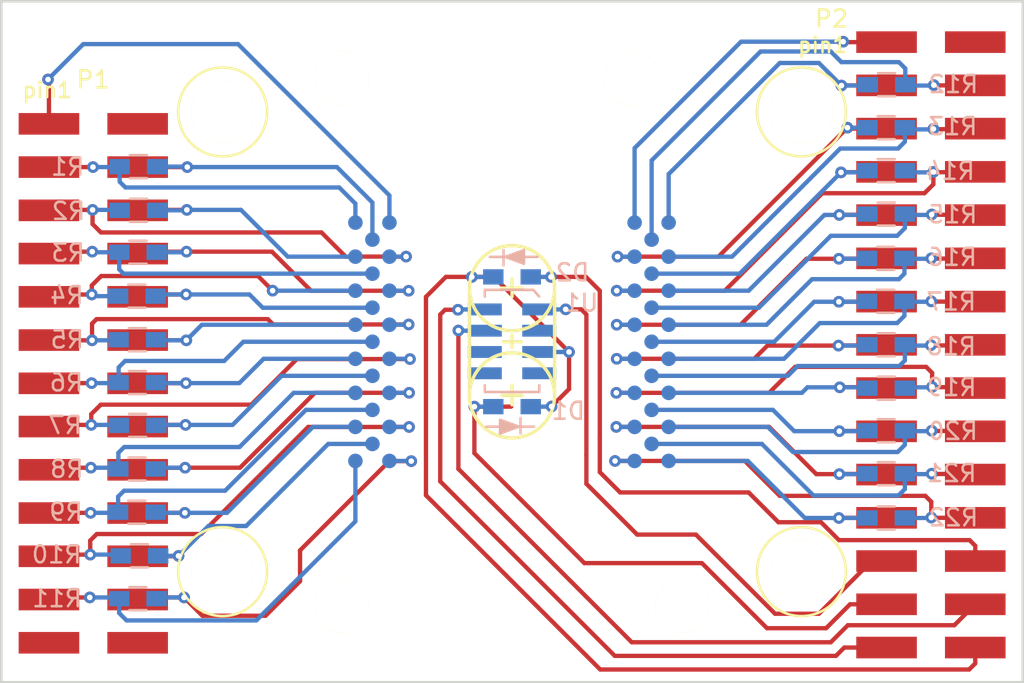
<source format=kicad_pcb>
(kicad_pcb (version 4) (host pcbnew 4.0.1-stable)

  (general
    (links 98)
    (no_connects 0)
    (area -30.075001 -20.0988 30.075001 22.095)
    (thickness 1.6)
    (drawings 17)
    (tracks 519)
    (zones 0)
    (modules 30)
    (nets 61)
  )

  (page A4)
  (layers
    (0 F.Cu signal)
    (31 B.Cu signal)
    (32 B.Adhes user)
    (33 F.Adhes user)
    (34 B.Paste user)
    (35 F.Paste user)
    (36 B.SilkS user)
    (37 F.SilkS user)
    (38 B.Mask user)
    (39 F.Mask user)
    (40 Dwgs.User user)
    (41 Cmts.User user)
    (42 Eco1.User user)
    (43 Eco2.User user)
    (44 Edge.Cuts user)
    (45 Margin user)
    (46 B.CrtYd user)
    (47 F.CrtYd user)
    (48 B.Fab user)
    (49 F.Fab user)
  )

  (setup
    (last_trace_width 0.25)
    (user_trace_width 0.1524)
    (user_trace_width 0.1778)
    (user_trace_width 0.254)
    (trace_clearance 0.2)
    (zone_clearance 0.508)
    (zone_45_only no)
    (trace_min 0.1524)
    (segment_width 0.2)
    (edge_width 0.15)
    (via_size 0.6858)
    (via_drill 0.3302)
    (via_min_size 0.6858)
    (via_min_drill 0.3302)
    (user_via 0.6858 0.3302)
    (uvia_size 0.3)
    (uvia_drill 0.1)
    (uvias_allowed no)
    (uvia_min_size 0.2)
    (uvia_min_drill 0.1)
    (pcb_text_width 0.3)
    (pcb_text_size 1.5 1.5)
    (mod_edge_width 0.15)
    (mod_text_size 1 1)
    (mod_text_width 0.15)
    (pad_size 1.524 1.524)
    (pad_drill 0.762)
    (pad_to_mask_clearance 0.2)
    (aux_axis_origin 0 0)
    (visible_elements 7FFFFF7F)
    (pcbplotparams
      (layerselection 0x010f0_80000001)
      (usegerberextensions true)
      (excludeedgelayer true)
      (linewidth 0.100000)
      (plotframeref false)
      (viasonmask false)
      (mode 1)
      (useauxorigin false)
      (hpglpennumber 1)
      (hpglpenspeed 20)
      (hpglpendiameter 15)
      (hpglpenoverlay 2)
      (psnegative false)
      (psa4output false)
      (plotreference true)
      (plotvalue true)
      (plotinvisibletext false)
      (padsonsilk false)
      (subtractmaskfromsilk false)
      (outputformat 1)
      (mirror false)
      (drillshape 0)
      (scaleselection 1)
      (outputdirectory project_outputs/))
  )

  (net 0 "")
  (net 1 /MID1)
  (net 2 /MID2)
  (net 3 /A1)
  (net 4 /A2)
  (net 5 /B1)
  (net 6 /B2)
  (net 7 /LED1)
  (net 8 GND)
  (net 9 /LED2)
  (net 10 "Net-(P1-Pad2)")
  (net 11 /C1)
  (net 12 /C2)
  (net 13 /D1)
  (net 14 /D2)
  (net 15 /E1)
  (net 16 /E2)
  (net 17 /F1)
  (net 18 /F2)
  (net 19 /G1)
  (net 20 /G2)
  (net 21 /H1)
  (net 22 /H2)
  (net 23 /I1)
  (net 24 /I2)
  (net 25 /J1)
  (net 26 /J2)
  (net 27 /K1)
  (net 28 /K2)
  (net 29 "Net-(P1-Pad25)")
  (net 30 "Net-(P1-Pad26)")
  (net 31 /L1)
  (net 32 /L2)
  (net 33 /M1)
  (net 34 /M2)
  (net 35 /N1)
  (net 36 /N2)
  (net 37 /O1)
  (net 38 /O2)
  (net 39 /P1)
  (net 40 /P2)
  (net 41 /Q1)
  (net 42 /Q2)
  (net 43 /R1)
  (net 44 /R2)
  (net 45 /S1)
  (net 46 /S2)
  (net 47 /T1)
  (net 48 /T2)
  (net 49 /U1)
  (net 50 /U2)
  (net 51 /V1)
  (net 52 /V2)
  (net 53 "Net-(U1-Pad4)")
  (net 54 "Net-(U1-Pad5)")
  (net 55 "Net-(U1-Pad6)")
  (net 56 /SDA)
  (net 57 /SCL)
  (net 58 /VDD)
  (net 59 "Net-(U1-Pad2)")
  (net 60 "Net-(P2-Pad2)")

  (net_class Default "This is the default net class."
    (clearance 0.2)
    (trace_width 0.25)
    (via_dia 0.6858)
    (via_drill 0.3302)
    (uvia_dia 0.3)
    (uvia_drill 0.1)
    (add_net /A1)
    (add_net /A2)
    (add_net /B1)
    (add_net /B2)
    (add_net /C1)
    (add_net /C2)
    (add_net /D1)
    (add_net /D2)
    (add_net /E1)
    (add_net /E2)
    (add_net /F1)
    (add_net /F2)
    (add_net /G1)
    (add_net /G2)
    (add_net /H1)
    (add_net /H2)
    (add_net /I1)
    (add_net /I2)
    (add_net /J1)
    (add_net /J2)
    (add_net /K1)
    (add_net /K2)
    (add_net /L1)
    (add_net /L2)
    (add_net /LED1)
    (add_net /LED2)
    (add_net /M1)
    (add_net /M2)
    (add_net /MID1)
    (add_net /MID2)
    (add_net /N1)
    (add_net /N2)
    (add_net /O1)
    (add_net /O2)
    (add_net /P1)
    (add_net /P2)
    (add_net /Q1)
    (add_net /Q2)
    (add_net /R1)
    (add_net /R2)
    (add_net /S1)
    (add_net /S2)
    (add_net /SCL)
    (add_net /SDA)
    (add_net /T1)
    (add_net /T2)
    (add_net /U1)
    (add_net /U2)
    (add_net /V1)
    (add_net /V2)
    (add_net /VDD)
    (add_net GND)
    (add_net "Net-(P1-Pad2)")
    (add_net "Net-(P1-Pad25)")
    (add_net "Net-(P1-Pad26)")
    (add_net "Net-(P2-Pad2)")
    (add_net "Net-(U1-Pad2)")
    (add_net "Net-(U1-Pad4)")
    (add_net "Net-(U1-Pad5)")
    (add_net "Net-(U1-Pad6)")
  )

  (module Footprints:header_smt_2x15 (layer F.Cu) (tedit 58872599) (tstamp 58870A6B)
    (at 24.605 0.18 270)
    (path /5886C14C)
    (fp_text reference P2 (at -19.1538 5.8376 360) (layer F.SilkS)
      (effects (font (size 1 1) (thickness 0.15)))
    )
    (fp_text value CONN_02X15 (at 20.94 0.285 360) (layer F.Fab) hide
      (effects (font (size 1 1) (thickness 0.15)))
    )
    (pad 1 smd rect (at -17.78 2.605 270) (size 1.27 3.56) (layers F.Cu F.Paste F.Mask)
      (net 2 /MID2))
    (pad 2 smd rect (at -17.78 -2.605 270) (size 1.27 3.56) (layers F.Cu F.Paste F.Mask)
      (net 60 "Net-(P2-Pad2)"))
    (pad 3 smd rect (at -15.24 2.605 270) (size 1.27 3.56) (layers F.Cu F.Paste F.Mask)
      (net 31 /L1))
    (pad 4 smd rect (at -15.24 -2.605 270) (size 1.27 3.56) (layers F.Cu F.Paste F.Mask)
      (net 32 /L2))
    (pad 5 smd rect (at -12.7 2.605 270) (size 1.27 3.56) (layers F.Cu F.Paste F.Mask)
      (net 33 /M1))
    (pad 6 smd rect (at -12.7 -2.605 270) (size 1.27 3.56) (layers F.Cu F.Paste F.Mask)
      (net 34 /M2))
    (pad 7 smd rect (at -10.16 2.605 270) (size 1.27 3.56) (layers F.Cu F.Paste F.Mask)
      (net 35 /N1))
    (pad 8 smd rect (at -10.16 -2.605 270) (size 1.27 3.56) (layers F.Cu F.Paste F.Mask)
      (net 36 /N2))
    (pad 9 smd rect (at -7.62 2.605 270) (size 1.27 3.56) (layers F.Cu F.Paste F.Mask)
      (net 37 /O1))
    (pad 10 smd rect (at -7.62 -2.605 270) (size 1.27 3.56) (layers F.Cu F.Paste F.Mask)
      (net 38 /O2))
    (pad 11 smd rect (at -5.08 2.605 270) (size 1.27 3.56) (layers F.Cu F.Paste F.Mask)
      (net 39 /P1))
    (pad 12 smd rect (at -5.08 -2.605 270) (size 1.27 3.56) (layers F.Cu F.Paste F.Mask)
      (net 40 /P2))
    (pad 13 smd rect (at -2.54 2.605 270) (size 1.27 3.56) (layers F.Cu F.Paste F.Mask)
      (net 41 /Q1))
    (pad 14 smd rect (at -2.54 -2.605 270) (size 1.27 3.56) (layers F.Cu F.Paste F.Mask)
      (net 42 /Q2))
    (pad 15 smd rect (at 0 2.605 270) (size 1.27 3.56) (layers F.Cu F.Paste F.Mask)
      (net 43 /R1))
    (pad 16 smd rect (at 0 -2.605 270) (size 1.27 3.56) (layers F.Cu F.Paste F.Mask)
      (net 44 /R2))
    (pad 17 smd rect (at 2.54 2.605 270) (size 1.27 3.56) (layers F.Cu F.Paste F.Mask)
      (net 45 /S1))
    (pad 18 smd rect (at 2.54 -2.605 270) (size 1.27 3.56) (layers F.Cu F.Paste F.Mask)
      (net 46 /S2))
    (pad 19 smd rect (at 5.08 2.605 270) (size 1.27 3.56) (layers F.Cu F.Paste F.Mask)
      (net 47 /T1))
    (pad 20 smd rect (at 5.08 -2.605 270) (size 1.27 3.56) (layers F.Cu F.Paste F.Mask)
      (net 48 /T2))
    (pad 21 smd rect (at 7.62 2.605 270) (size 1.27 3.56) (layers F.Cu F.Paste F.Mask)
      (net 49 /U1))
    (pad 22 smd rect (at 7.62 -2.605 270) (size 1.27 3.56) (layers F.Cu F.Paste F.Mask)
      (net 50 /U2))
    (pad 23 smd rect (at 10.16 2.605 270) (size 1.27 3.56) (layers F.Cu F.Paste F.Mask)
      (net 51 /V1))
    (pad 24 smd rect (at 10.16 -2.605 270) (size 1.27 3.56) (layers F.Cu F.Paste F.Mask)
      (net 52 /V2))
    (pad 25 smd rect (at 12.7 2.605 270) (size 1.27 3.56) (layers F.Cu F.Paste F.Mask)
      (net 58 /VDD))
    (pad 26 smd rect (at 12.7 -2.605 270) (size 1.27 3.56) (layers F.Cu F.Paste F.Mask)
      (net 9 /LED2))
    (pad 27 smd rect (at 15.24 2.605 270) (size 1.27 3.56) (layers F.Cu F.Paste F.Mask)
      (net 7 /LED1))
    (pad 28 smd rect (at 15.24 -2.605 270) (size 1.27 3.56) (layers F.Cu F.Paste F.Mask)
      (net 56 /SDA))
    (pad 29 smd rect (at 17.78 2.605 270) (size 1.27 3.56) (layers F.Cu F.Paste F.Mask)
      (net 57 /SCL))
    (pad 30 smd rect (at 17.78 -2.605 270) (size 1.27 3.56) (layers F.Cu F.Paste F.Mask)
      (net 8 GND))
  )

  (module Footprints:header_smt_2x13 (layer F.Cu) (tedit 5887072C) (tstamp 58870A2D)
    (at -24.595 2.44 270)
    (path /5886C19D)
    (fp_text reference P1 (at -17.84 0.005 360) (layer F.SilkS)
      (effects (font (size 1 1) (thickness 0.15)))
    )
    (fp_text value CONN_02X13 (at 17.92 0.245 360) (layer F.Fab) hide
      (effects (font (size 1 1) (thickness 0.15)))
    )
    (pad 1 smd rect (at -15.24 2.605 270) (size 1.27 3.56) (layers F.Cu F.Paste F.Mask)
      (net 1 /MID1))
    (pad 2 smd rect (at -15.24 -2.605 270) (size 1.27 3.56) (layers F.Cu F.Paste F.Mask)
      (net 10 "Net-(P1-Pad2)"))
    (pad 3 smd rect (at -12.7 2.605 270) (size 1.27 3.56) (layers F.Cu F.Paste F.Mask)
      (net 3 /A1))
    (pad 4 smd rect (at -12.7 -2.605 270) (size 1.27 3.56) (layers F.Cu F.Paste F.Mask)
      (net 4 /A2))
    (pad 5 smd rect (at -10.16 2.605 270) (size 1.27 3.56) (layers F.Cu F.Paste F.Mask)
      (net 5 /B1))
    (pad 6 smd rect (at -10.16 -2.605 270) (size 1.27 3.56) (layers F.Cu F.Paste F.Mask)
      (net 6 /B2))
    (pad 7 smd rect (at -7.62 2.605 270) (size 1.27 3.56) (layers F.Cu F.Paste F.Mask)
      (net 11 /C1))
    (pad 8 smd rect (at -7.62 -2.605 270) (size 1.27 3.56) (layers F.Cu F.Paste F.Mask)
      (net 12 /C2))
    (pad 9 smd rect (at -5.08 2.605 270) (size 1.27 3.56) (layers F.Cu F.Paste F.Mask)
      (net 13 /D1))
    (pad 10 smd rect (at -5.08 -2.605 270) (size 1.27 3.56) (layers F.Cu F.Paste F.Mask)
      (net 14 /D2))
    (pad 11 smd rect (at -2.54 2.605 270) (size 1.27 3.56) (layers F.Cu F.Paste F.Mask)
      (net 15 /E1))
    (pad 12 smd rect (at -2.54 -2.605 270) (size 1.27 3.56) (layers F.Cu F.Paste F.Mask)
      (net 16 /E2))
    (pad 13 smd rect (at 0 2.605 270) (size 1.27 3.56) (layers F.Cu F.Paste F.Mask)
      (net 17 /F1))
    (pad 14 smd rect (at 0 -2.605 270) (size 1.27 3.56) (layers F.Cu F.Paste F.Mask)
      (net 18 /F2))
    (pad 15 smd rect (at 2.54 2.605 270) (size 1.27 3.56) (layers F.Cu F.Paste F.Mask)
      (net 19 /G1))
    (pad 16 smd rect (at 2.54 -2.605 270) (size 1.27 3.56) (layers F.Cu F.Paste F.Mask)
      (net 20 /G2))
    (pad 17 smd rect (at 5.08 2.605 270) (size 1.27 3.56) (layers F.Cu F.Paste F.Mask)
      (net 21 /H1))
    (pad 18 smd rect (at 5.08 -2.605 270) (size 1.27 3.56) (layers F.Cu F.Paste F.Mask)
      (net 22 /H2))
    (pad 19 smd rect (at 7.62 2.605 270) (size 1.27 3.56) (layers F.Cu F.Paste F.Mask)
      (net 23 /I1))
    (pad 20 smd rect (at 7.62 -2.605 270) (size 1.27 3.56) (layers F.Cu F.Paste F.Mask)
      (net 24 /I2))
    (pad 21 smd rect (at 10.16 2.605 270) (size 1.27 3.56) (layers F.Cu F.Paste F.Mask)
      (net 25 /J1))
    (pad 22 smd rect (at 10.16 -2.605 270) (size 1.27 3.56) (layers F.Cu F.Paste F.Mask)
      (net 26 /J2))
    (pad 23 smd rect (at 12.7 2.605 270) (size 1.27 3.56) (layers F.Cu F.Paste F.Mask)
      (net 27 /K1))
    (pad 24 smd rect (at 12.7 -2.605 270) (size 1.27 3.56) (layers F.Cu F.Paste F.Mask)
      (net 28 /K2))
    (pad 25 smd rect (at 15.24 2.605 270) (size 1.27 3.56) (layers F.Cu F.Paste F.Mask)
      (net 29 "Net-(P1-Pad25)"))
    (pad 26 smd rect (at 15.24 -2.605 270) (size 1.27 3.56) (layers F.Cu F.Paste F.Mask)
      (net 30 "Net-(P1-Pad26)"))
  )

  (module Footprints:mount_holes (layer F.Cu) (tedit 58874106) (tstamp 58873C8F)
    (at 0 0)
    (path /5887E3FD)
    (fp_text reference H1 (at 0.925 19.725) (layer F.SilkS) hide
      (effects (font (size 1 1) (thickness 0.15)))
    )
    (fp_text value mount_holes (at 1.325 17.925) (layer F.Fab) hide
      (effects (font (size 1 1) (thickness 0.15)))
    )
    (fp_circle (center -17 -13.5) (end -19.6122 -13.5) (layer F.SilkS) (width 0.15))
    (fp_circle (center 17 13.5) (end 19.6122 13.5) (layer F.SilkS) (width 0.15))
    (fp_circle (center 17 -13.5) (end 19.6122 -13.5) (layer F.SilkS) (width 0.15))
    (fp_circle (center -17 13.5) (end -19.6122 13.5) (layer F.SilkS) (width 0.15))
    (pad "" np_thru_hole circle (at -17 -13.5) (size 3.7 3.7) (drill 3.7) (layers *.Cu *.Mask F.SilkS))
    (pad "" np_thru_hole circle (at -17 13.5) (size 3.7 3.7) (drill 3.7) (layers *.Cu *.Mask F.SilkS))
    (pad "" np_thru_hole circle (at 17 13.5) (size 3.7 3.7) (drill 3.7) (layers *.Cu *.Mask F.SilkS))
    (pad "" np_thru_hole circle (at 17 -13.5) (size 3.7 3.7) (drill 3.7) (layers *.Cu *.Mask F.SilkS))
  )

  (module MS8607 (layer B.Cu) (tedit 58871A13) (tstamp 5886EF57)
    (at 0 0 180)
    (path /5886E2E5)
    (fp_text reference U1 (at -4.064 2.286 180) (layer B.SilkS)
      (effects (font (size 1 1) (thickness 0.15)) (justify mirror))
    )
    (fp_text value MS8607 (at 0.4 -3.85 180) (layer B.Fab) hide
      (effects (font (size 1 1) (thickness 0.15)) (justify mirror))
    )
    (fp_line (start -1.6 2.65) (end -1.25 3.05) (layer B.SilkS) (width 0.15))
    (fp_line (start -1.25 3.05) (end -0.7 3.05) (layer B.SilkS) (width 0.15))
    (fp_line (start -0.95 3.05) (end 1.6 3.05) (layer B.SilkS) (width 0.15))
    (fp_line (start -1.6 -2.55) (end -1.6 -2.95) (layer B.SilkS) (width 0.15))
    (fp_line (start -1.6 -2.95) (end 1.6 -2.95) (layer B.SilkS) (width 0.15))
    (fp_line (start 1.6 -2.95) (end 1.6 -2.55) (layer B.SilkS) (width 0.15))
    (fp_line (start 1.6 3.05) (end 1.6 2.65) (layer B.SilkS) (width 0.15))
    (pad 4 smd rect (at -1.6 -1.85 180) (size 2 0.7) (layers B.Cu B.Paste B.Mask)
      (net 53 "Net-(U1-Pad4)"))
    (pad 5 smd rect (at 1.6 -1.85 180) (size 2 0.7) (layers B.Cu B.Paste B.Mask)
      (net 54 "Net-(U1-Pad5)"))
    (pad 6 smd rect (at 1.6 -0.6 180) (size 2 0.7) (layers B.Cu B.Paste B.Mask)
      (net 55 "Net-(U1-Pad6)"))
    (pad 7 smd rect (at 1.6 0.65 180) (size 2 0.7) (layers B.Cu B.Paste B.Mask)
      (net 56 /SDA))
    (pad 8 smd rect (at 1.6 1.9 180) (size 2 0.7) (layers B.Cu B.Paste B.Mask)
      (net 57 /SCL))
    (pad 1 smd rect (at -1.6 1.9 180) (size 2 0.7) (layers B.Cu B.Paste B.Mask)
      (net 58 /VDD))
    (pad 2 smd rect (at -1.6 0.65 180) (size 2 0.7) (layers B.Cu B.Paste B.Mask)
      (net 59 "Net-(U1-Pad2)"))
    (pad 3 smd rect (at -1.6 -0.6 180) (size 2 0.7) (layers B.Cu B.Paste B.Mask)
      (net 8 GND))
  )

  (module R_0603_HandSoldering (layer B.Cu) (tedit 58875327) (tstamp 58871286)
    (at -21.99132 4.91236)
    (descr "Resistor SMD 0603, hand soldering")
    (tags "resistor 0603")
    (path /5886DD69)
    (attr smd)
    (fp_text reference R7 (at -4.25868 -0.01236) (layer B.SilkS)
      (effects (font (size 1 1) (thickness 0.15)) (justify mirror))
    )
    (fp_text value 10k (at 0 -1.9) (layer B.Fab) hide
      (effects (font (size 1 1) (thickness 0.15)) (justify mirror))
    )
    (fp_line (start -2 0.8) (end 2 0.8) (layer B.CrtYd) (width 0.05))
    (fp_line (start -2 -0.8) (end 2 -0.8) (layer B.CrtYd) (width 0.05))
    (fp_line (start -2 0.8) (end -2 -0.8) (layer B.CrtYd) (width 0.05))
    (fp_line (start 2 0.8) (end 2 -0.8) (layer B.CrtYd) (width 0.05))
    (fp_line (start 0.5 -0.675) (end -0.5 -0.675) (layer B.SilkS) (width 0.15))
    (fp_line (start -0.5 0.675) (end 0.5 0.675) (layer B.SilkS) (width 0.15))
    (pad 1 smd rect (at -1.1 0) (size 1.2 0.9) (layers B.Cu B.Paste B.Mask)
      (net 19 /G1))
    (pad 2 smd rect (at 1.1 0) (size 1.2 0.9) (layers B.Cu B.Paste B.Mask)
      (net 20 /G2))
    (model Resistors_SMD.3dshapes/R_0603_HandSoldering.wrl
      (at (xyz 0 0 0))
      (scale (xyz 1 1 1))
      (rotate (xyz 0 0 0))
    )
  )

  (module Footprints:bondpads (layer B.Cu) (tedit 5886F4EF) (tstamp 588711FB)
    (at 0 0 180)
    (path /58831B10)
    (fp_text reference BP1 (at -1.8 -0.5 180) (layer B.SilkS) hide
      (effects (font (size 1 1) (thickness 0.15)) (justify mirror))
    )
    (fp_text value "Die Bond Pads" (at -1.8 0.5 180) (layer B.Fab) hide
      (effects (font (size 1 1) (thickness 0.15)) (justify mirror))
    )
    (pad 1 smd circle (at -7.2 7 180) (size 0.86 0.86) (layers B.Cu B.Paste B.Mask)
      (net 2 /MID2))
    (pad 2 smd circle (at 7.2 7 180) (size 0.86 0.86) (layers B.Cu B.Paste B.Mask)
      (net 1 /MID1))
    (pad 3 smd circle (at 9.2 7 180) (size 0.86 0.86) (layers B.Cu B.Paste B.Mask)
      (net 3 /A1))
    (pad 4 smd circle (at 8.2 6 180) (size 0.86 0.86) (layers B.Cu B.Paste B.Mask)
      (net 4 /A2))
    (pad 5 smd circle (at 7.2 5 180) (size 0.86 0.86) (layers B.Cu B.Paste B.Mask)
      (net 5 /B1))
    (pad 6 smd circle (at 9.2 5 180) (size 0.86 0.86) (layers B.Cu B.Paste B.Mask)
      (net 6 /B2))
    (pad 7 smd circle (at 8.2 4 180) (size 0.86 0.86) (layers B.Cu B.Paste B.Mask)
      (net 11 /C1))
    (pad 8 smd circle (at 7.2 3 180) (size 0.86 0.86) (layers B.Cu B.Paste B.Mask)
      (net 12 /C2))
    (pad 9 smd circle (at 9.2 3 180) (size 0.86 0.86) (layers B.Cu B.Paste B.Mask)
      (net 13 /D1))
    (pad 10 smd circle (at 8.2 2 180) (size 0.86 0.86) (layers B.Cu B.Paste B.Mask)
      (net 14 /D2))
    (pad 11 smd circle (at 7.2 1 180) (size 0.86 0.86) (layers B.Cu B.Paste B.Mask)
      (net 15 /E1))
    (pad 12 smd circle (at 9.2 1 180) (size 0.86 0.86) (layers B.Cu B.Paste B.Mask)
      (net 16 /E2))
    (pad 13 smd circle (at 8.2 0 180) (size 0.86 0.86) (layers B.Cu B.Paste B.Mask)
      (net 17 /F1))
    (pad 14 smd circle (at 9.2 -1 180) (size 0.86 0.86) (layers B.Cu B.Paste B.Mask)
      (net 18 /F2))
    (pad 15 smd circle (at 7.2 -1 180) (size 0.86 0.86) (layers B.Cu B.Paste B.Mask)
      (net 19 /G1))
    (pad 16 smd circle (at 8.2 -2 180) (size 0.86 0.86) (layers B.Cu B.Paste B.Mask)
      (net 20 /G2))
    (pad 17 smd circle (at 9.2 -3 180) (size 0.86 0.86) (layers B.Cu B.Paste B.Mask)
      (net 21 /H1))
    (pad 18 smd circle (at 7.2 -3 180) (size 0.86 0.86) (layers B.Cu B.Paste B.Mask)
      (net 22 /H2))
    (pad 19 smd circle (at 8.2 -4 180) (size 0.86 0.86) (layers B.Cu B.Paste B.Mask)
      (net 23 /I1))
    (pad 20 smd circle (at 9.2 -5 180) (size 0.86 0.86) (layers B.Cu B.Paste B.Mask)
      (net 24 /I2))
    (pad 21 smd circle (at 7.2 -5 180) (size 0.86 0.86) (layers B.Cu B.Paste B.Mask)
      (net 25 /J1))
    (pad 22 smd circle (at 8.2 -6 180) (size 0.86 0.86) (layers B.Cu B.Paste B.Mask)
      (net 26 /J2))
    (pad 23 smd circle (at 9.2 -7 180) (size 0.86 0.86) (layers B.Cu B.Paste B.Mask)
      (net 27 /K1))
    (pad 24 smd circle (at 7.2 -7 180) (size 0.86 0.86) (layers B.Cu B.Paste B.Mask)
      (net 28 /K2))
    (pad 25 smd circle (at -9.2 7 180) (size 0.86 0.86) (layers B.Cu B.Paste B.Mask)
      (net 31 /L1))
    (pad 26 smd circle (at -8.2 6 180) (size 0.86 0.86) (layers B.Cu B.Paste B.Mask)
      (net 32 /L2))
    (pad 27 smd circle (at -7.2 5 180) (size 0.86 0.86) (layers B.Cu B.Paste B.Mask)
      (net 33 /M1))
    (pad 28 smd circle (at -9.2 5 180) (size 0.86 0.86) (layers B.Cu B.Paste B.Mask)
      (net 34 /M2))
    (pad 29 smd circle (at -8.2 4 180) (size 0.86 0.86) (layers B.Cu B.Paste B.Mask)
      (net 35 /N1))
    (pad 30 smd circle (at -7.2 3 180) (size 0.86 0.86) (layers B.Cu B.Paste B.Mask)
      (net 36 /N2))
    (pad 31 smd circle (at -9.2 3 180) (size 0.86 0.86) (layers B.Cu B.Paste B.Mask)
      (net 37 /O1))
    (pad 32 smd circle (at -8.2 2 180) (size 0.86 0.86) (layers B.Cu B.Paste B.Mask)
      (net 38 /O2))
    (pad 33 smd circle (at -7.2 1 180) (size 0.86 0.86) (layers B.Cu B.Paste B.Mask)
      (net 39 /P1))
    (pad 34 smd circle (at -9.2 1 180) (size 0.86 0.86) (layers B.Cu B.Paste B.Mask)
      (net 40 /P2))
    (pad 35 smd circle (at -8.2 0 180) (size 0.86 0.86) (layers B.Cu B.Paste B.Mask)
      (net 41 /Q1))
    (pad 36 smd circle (at -9.2 -1 180) (size 0.86 0.86) (layers B.Cu B.Paste B.Mask)
      (net 42 /Q2))
    (pad 37 smd circle (at -7.2 -1 180) (size 0.86 0.86) (layers B.Cu B.Paste B.Mask)
      (net 43 /R1))
    (pad 38 smd circle (at -8.2 -2 180) (size 0.86 0.86) (layers B.Cu B.Paste B.Mask)
      (net 44 /R2))
    (pad 39 smd circle (at -9.2 -3 180) (size 0.86 0.86) (layers B.Cu B.Paste B.Mask)
      (net 45 /S1))
    (pad 40 smd circle (at -7.2 -3 180) (size 0.86 0.86) (layers B.Cu B.Paste B.Mask)
      (net 46 /S2))
    (pad 41 smd circle (at -8.2 -4 180) (size 0.86 0.86) (layers B.Cu B.Paste B.Mask)
      (net 47 /T1))
    (pad 42 smd circle (at -9.2 -5 180) (size 0.86 0.86) (layers B.Cu B.Paste B.Mask)
      (net 48 /T2))
    (pad 43 smd circle (at -7.2 -5 180) (size 0.86 0.86) (layers B.Cu B.Paste B.Mask)
      (net 49 /U1))
    (pad 44 smd circle (at -8.2 -6 180) (size 0.86 0.86) (layers B.Cu B.Paste B.Mask)
      (net 50 /U2))
    (pad 45 smd circle (at -9.2 -7 180) (size 0.86 0.86) (layers B.Cu B.Paste B.Mask)
      (net 51 /V1))
    (pad 46 smd circle (at -7.2 -7 180) (size 0.86 0.86) (layers B.Cu B.Paste B.Mask)
      (net 52 /V2))
  )

  (module Footprints:dowel_holes (layer F.Cu) (tedit 58870316) (tstamp 5887146C)
    (at 0 0)
    (path /5887E2E5)
    (fp_text reference H2 (at 0 0.5) (layer F.SilkS) hide
      (effects (font (size 1 1) (thickness 0.15)))
    )
    (fp_text value dowel_holes (at 0 -0.5) (layer F.Fab) hide
      (effects (font (size 1 1) (thickness 0.15)))
    )
    (pad "" np_thru_hole circle (at -10 -15.5) (size 3.2 3.2) (drill 3.2) (layers *.Cu *.Mask F.SilkS))
    (pad "" np_thru_hole circle (at -10 15.5) (size 3.2 3.2) (drill 3.2) (layers *.Cu *.Mask F.SilkS))
    (pad "" np_thru_hole circle (at 10 15.5) (size 3.2 3.2) (drill 3.2) (layers *.Cu *.Mask F.SilkS))
    (pad "" np_thru_hole circle (at 7 -15.5) (size 3.2 3.2) (drill 3.2) (layers *.Cu *.Mask F.SilkS))
  )

  (module Footprints:R_0603_HandSoldering (layer B.Cu) (tedit 5887530F) (tstamp 5887122C)
    (at -21.9456 -10.287)
    (descr "Resistor SMD 0603, hand soldering")
    (tags "resistor 0603")
    (path /5886D086)
    (attr smd)
    (fp_text reference R1 (at -4.1544 0.012) (layer B.SilkS)
      (effects (font (size 1 1) (thickness 0.15)) (justify mirror))
    )
    (fp_text value 1k (at 0 -1.9) (layer B.Fab) hide
      (effects (font (size 1 1) (thickness 0.15)) (justify mirror))
    )
    (fp_line (start -2 0.8) (end 2 0.8) (layer B.CrtYd) (width 0.05))
    (fp_line (start -2 -0.8) (end 2 -0.8) (layer B.CrtYd) (width 0.05))
    (fp_line (start -2 0.8) (end -2 -0.8) (layer B.CrtYd) (width 0.05))
    (fp_line (start 2 0.8) (end 2 -0.8) (layer B.CrtYd) (width 0.05))
    (fp_line (start 0.5 -0.675) (end -0.5 -0.675) (layer B.SilkS) (width 0.15))
    (fp_line (start -0.5 0.675) (end 0.5 0.675) (layer B.SilkS) (width 0.15))
    (pad 1 smd rect (at -1.1 0) (size 1.2 0.9) (layers B.Cu B.Paste B.Mask)
      (net 3 /A1))
    (pad 2 smd rect (at 1.1 0) (size 1.2 0.9) (layers B.Cu B.Paste B.Mask)
      (net 4 /A2))
    (model Resistors_SMD.3dshapes/R_0603_HandSoldering.wrl
      (at (xyz 0 0 0))
      (scale (xyz 1 1 1))
      (rotate (xyz 0 0 0))
    )
  )

  (module Footprints:R_0603_HandSoldering (layer B.Cu) (tedit 58875313) (tstamp 5887123B)
    (at -21.9456 -7.7216)
    (descr "Resistor SMD 0603, hand soldering")
    (tags "resistor 0603")
    (path /5886D49C)
    (attr smd)
    (fp_text reference R2 (at -4.1044 0.0466) (layer B.SilkS)
      (effects (font (size 1 1) (thickness 0.15)) (justify mirror))
    )
    (fp_text value 10k (at 0 -1.9) (layer B.Fab) hide
      (effects (font (size 1 1) (thickness 0.15)) (justify mirror))
    )
    (fp_line (start -2 0.8) (end 2 0.8) (layer B.CrtYd) (width 0.05))
    (fp_line (start -2 -0.8) (end 2 -0.8) (layer B.CrtYd) (width 0.05))
    (fp_line (start -2 0.8) (end -2 -0.8) (layer B.CrtYd) (width 0.05))
    (fp_line (start 2 0.8) (end 2 -0.8) (layer B.CrtYd) (width 0.05))
    (fp_line (start 0.5 -0.675) (end -0.5 -0.675) (layer B.SilkS) (width 0.15))
    (fp_line (start -0.5 0.675) (end 0.5 0.675) (layer B.SilkS) (width 0.15))
    (pad 1 smd rect (at -1.1 0) (size 1.2 0.9) (layers B.Cu B.Paste B.Mask)
      (net 5 /B1))
    (pad 2 smd rect (at 1.1 0) (size 1.2 0.9) (layers B.Cu B.Paste B.Mask)
      (net 6 /B2))
    (model Resistors_SMD.3dshapes/R_0603_HandSoldering.wrl
      (at (xyz 0 0 0))
      (scale (xyz 1 1 1))
      (rotate (xyz 0 0 0))
    )
  )

  (module Footprints:R_0603_HandSoldering (layer B.Cu) (tedit 58875317) (tstamp 5887124A)
    (at -21.971 -5.2578)
    (descr "Resistor SMD 0603, hand soldering")
    (tags "resistor 0603")
    (path /5886D8CD)
    (attr smd)
    (fp_text reference R3 (at -4.104 0.0328) (layer B.SilkS)
      (effects (font (size 1 1) (thickness 0.15)) (justify mirror))
    )
    (fp_text value 10k (at 0 -1.9) (layer B.Fab) hide
      (effects (font (size 1 1) (thickness 0.15)) (justify mirror))
    )
    (fp_line (start -2 0.8) (end 2 0.8) (layer B.CrtYd) (width 0.05))
    (fp_line (start -2 -0.8) (end 2 -0.8) (layer B.CrtYd) (width 0.05))
    (fp_line (start -2 0.8) (end -2 -0.8) (layer B.CrtYd) (width 0.05))
    (fp_line (start 2 0.8) (end 2 -0.8) (layer B.CrtYd) (width 0.05))
    (fp_line (start 0.5 -0.675) (end -0.5 -0.675) (layer B.SilkS) (width 0.15))
    (fp_line (start -0.5 0.675) (end 0.5 0.675) (layer B.SilkS) (width 0.15))
    (pad 1 smd rect (at -1.1 0) (size 1.2 0.9) (layers B.Cu B.Paste B.Mask)
      (net 11 /C1))
    (pad 2 smd rect (at 1.1 0) (size 1.2 0.9) (layers B.Cu B.Paste B.Mask)
      (net 12 /C2))
    (model Resistors_SMD.3dshapes/R_0603_HandSoldering.wrl
      (at (xyz 0 0 0))
      (scale (xyz 1 1 1))
      (rotate (xyz 0 0 0))
    )
  )

  (module Footprints:R_0603_HandSoldering (layer B.Cu) (tedit 5887531A) (tstamp 58871259)
    (at -22.0345 -2.6797)
    (descr "Resistor SMD 0603, hand soldering")
    (tags "resistor 0603")
    (path /5886D8D3)
    (attr smd)
    (fp_text reference R4 (at -4.1155 -0.0453) (layer B.SilkS)
      (effects (font (size 1 1) (thickness 0.15)) (justify mirror))
    )
    (fp_text value 10k (at 0 -1.9) (layer B.Fab) hide
      (effects (font (size 1 1) (thickness 0.15)) (justify mirror))
    )
    (fp_line (start -2 0.8) (end 2 0.8) (layer B.CrtYd) (width 0.05))
    (fp_line (start -2 -0.8) (end 2 -0.8) (layer B.CrtYd) (width 0.05))
    (fp_line (start -2 0.8) (end -2 -0.8) (layer B.CrtYd) (width 0.05))
    (fp_line (start 2 0.8) (end 2 -0.8) (layer B.CrtYd) (width 0.05))
    (fp_line (start 0.5 -0.675) (end -0.5 -0.675) (layer B.SilkS) (width 0.15))
    (fp_line (start -0.5 0.675) (end 0.5 0.675) (layer B.SilkS) (width 0.15))
    (pad 1 smd rect (at -1.1 0) (size 1.2 0.9) (layers B.Cu B.Paste B.Mask)
      (net 13 /D1))
    (pad 2 smd rect (at 1.1 0) (size 1.2 0.9) (layers B.Cu B.Paste B.Mask)
      (net 14 /D2))
    (model Resistors_SMD.3dshapes/R_0603_HandSoldering.wrl
      (at (xyz 0 0 0))
      (scale (xyz 1 1 1))
      (rotate (xyz 0 0 0))
    )
  )

  (module Footprints:R_0603_HandSoldering (layer B.Cu) (tedit 5887531E) (tstamp 58871268)
    (at -22.00656 -0.12192)
    (descr "Resistor SMD 0603, hand soldering")
    (tags "resistor 0603")
    (path /5886DD58)
    (attr smd)
    (fp_text reference R5 (at -4.11844 -0.00308) (layer B.SilkS)
      (effects (font (size 1 1) (thickness 0.15)) (justify mirror))
    )
    (fp_text value 10k (at 0 -1.9) (layer B.Fab) hide
      (effects (font (size 1 1) (thickness 0.15)) (justify mirror))
    )
    (fp_line (start -2 0.8) (end 2 0.8) (layer B.CrtYd) (width 0.05))
    (fp_line (start -2 -0.8) (end 2 -0.8) (layer B.CrtYd) (width 0.05))
    (fp_line (start -2 0.8) (end -2 -0.8) (layer B.CrtYd) (width 0.05))
    (fp_line (start 2 0.8) (end 2 -0.8) (layer B.CrtYd) (width 0.05))
    (fp_line (start 0.5 -0.675) (end -0.5 -0.675) (layer B.SilkS) (width 0.15))
    (fp_line (start -0.5 0.675) (end 0.5 0.675) (layer B.SilkS) (width 0.15))
    (pad 1 smd rect (at -1.1 0) (size 1.2 0.9) (layers B.Cu B.Paste B.Mask)
      (net 15 /E1))
    (pad 2 smd rect (at 1.1 0) (size 1.2 0.9) (layers B.Cu B.Paste B.Mask)
      (net 16 /E2))
    (model Resistors_SMD.3dshapes/R_0603_HandSoldering.wrl
      (at (xyz 0 0 0))
      (scale (xyz 1 1 1))
      (rotate (xyz 0 0 0))
    )
  )

  (module Footprints:R_0603_HandSoldering (layer B.Cu) (tedit 58875322) (tstamp 58871277)
    (at -22.00656 2.39776)
    (descr "Resistor SMD 0603, hand soldering")
    (tags "resistor 0603")
    (path /5886DD5E)
    (attr smd)
    (fp_text reference R6 (at -4.16844 0.00224) (layer B.SilkS)
      (effects (font (size 1 1) (thickness 0.15)) (justify mirror))
    )
    (fp_text value 10k (at 0 -1.9) (layer B.Fab) hide
      (effects (font (size 1 1) (thickness 0.15)) (justify mirror))
    )
    (fp_line (start -2 0.8) (end 2 0.8) (layer B.CrtYd) (width 0.05))
    (fp_line (start -2 -0.8) (end 2 -0.8) (layer B.CrtYd) (width 0.05))
    (fp_line (start -2 0.8) (end -2 -0.8) (layer B.CrtYd) (width 0.05))
    (fp_line (start 2 0.8) (end 2 -0.8) (layer B.CrtYd) (width 0.05))
    (fp_line (start 0.5 -0.675) (end -0.5 -0.675) (layer B.SilkS) (width 0.15))
    (fp_line (start -0.5 0.675) (end 0.5 0.675) (layer B.SilkS) (width 0.15))
    (pad 1 smd rect (at -1.1 0) (size 1.2 0.9) (layers B.Cu B.Paste B.Mask)
      (net 17 /F1))
    (pad 2 smd rect (at 1.1 0) (size 1.2 0.9) (layers B.Cu B.Paste B.Mask)
      (net 18 /F2))
    (model Resistors_SMD.3dshapes/R_0603_HandSoldering.wrl
      (at (xyz 0 0 0))
      (scale (xyz 1 1 1))
      (rotate (xyz 0 0 0))
    )
  )

  (module Footprints:R_0603_HandSoldering (layer B.Cu) (tedit 5887532B) (tstamp 58871295)
    (at -22.0218 7.47268)
    (descr "Resistor SMD 0603, hand soldering")
    (tags "resistor 0603")
    (path /5886DD6F)
    (attr smd)
    (fp_text reference R8 (at -4.1282 0.00232) (layer B.SilkS)
      (effects (font (size 1 1) (thickness 0.15)) (justify mirror))
    )
    (fp_text value 10k (at 0 -1.9) (layer B.Fab) hide
      (effects (font (size 1 1) (thickness 0.15)) (justify mirror))
    )
    (fp_line (start -2 0.8) (end 2 0.8) (layer B.CrtYd) (width 0.05))
    (fp_line (start -2 -0.8) (end 2 -0.8) (layer B.CrtYd) (width 0.05))
    (fp_line (start -2 0.8) (end -2 -0.8) (layer B.CrtYd) (width 0.05))
    (fp_line (start 2 0.8) (end 2 -0.8) (layer B.CrtYd) (width 0.05))
    (fp_line (start 0.5 -0.675) (end -0.5 -0.675) (layer B.SilkS) (width 0.15))
    (fp_line (start -0.5 0.675) (end 0.5 0.675) (layer B.SilkS) (width 0.15))
    (pad 1 smd rect (at -1.1 0) (size 1.2 0.9) (layers B.Cu B.Paste B.Mask)
      (net 21 /H1))
    (pad 2 smd rect (at 1.1 0) (size 1.2 0.9) (layers B.Cu B.Paste B.Mask)
      (net 22 /H2))
    (model Resistors_SMD.3dshapes/R_0603_HandSoldering.wrl
      (at (xyz 0 0 0))
      (scale (xyz 1 1 1))
      (rotate (xyz 0 0 0))
    )
  )

  (module Footprints:R_0603_HandSoldering (layer B.Cu) (tedit 5887532F) (tstamp 588712A4)
    (at -22.03704 10.01268)
    (descr "Resistor SMD 0603, hand soldering")
    (tags "resistor 0603")
    (path /5886DE40)
    (attr smd)
    (fp_text reference R9 (at -4.16296 -0.01268) (layer B.SilkS)
      (effects (font (size 1 1) (thickness 0.15)) (justify mirror))
    )
    (fp_text value 10k (at 0 -1.9) (layer B.Fab) hide
      (effects (font (size 1 1) (thickness 0.15)) (justify mirror))
    )
    (fp_line (start -2 0.8) (end 2 0.8) (layer B.CrtYd) (width 0.05))
    (fp_line (start -2 -0.8) (end 2 -0.8) (layer B.CrtYd) (width 0.05))
    (fp_line (start -2 0.8) (end -2 -0.8) (layer B.CrtYd) (width 0.05))
    (fp_line (start 2 0.8) (end 2 -0.8) (layer B.CrtYd) (width 0.05))
    (fp_line (start 0.5 -0.675) (end -0.5 -0.675) (layer B.SilkS) (width 0.15))
    (fp_line (start -0.5 0.675) (end 0.5 0.675) (layer B.SilkS) (width 0.15))
    (pad 1 smd rect (at -1.1 0) (size 1.2 0.9) (layers B.Cu B.Paste B.Mask)
      (net 23 /I1))
    (pad 2 smd rect (at 1.1 0) (size 1.2 0.9) (layers B.Cu B.Paste B.Mask)
      (net 24 /I2))
    (model Resistors_SMD.3dshapes/R_0603_HandSoldering.wrl
      (at (xyz 0 0 0))
      (scale (xyz 1 1 1))
      (rotate (xyz 0 0 0))
    )
  )

  (module Footprints:R_0603_HandSoldering (layer B.Cu) (tedit 58875332) (tstamp 588712B3)
    (at -21.88464 12.573)
    (descr "Resistor SMD 0603, hand soldering")
    (tags "resistor 0603")
    (path /5886DE46)
    (attr smd)
    (fp_text reference R10 (at -4.86536 -0.073) (layer B.SilkS)
      (effects (font (size 1 1) (thickness 0.15)) (justify mirror))
    )
    (fp_text value 10k (at 0 -1.9) (layer B.Fab) hide
      (effects (font (size 1 1) (thickness 0.15)) (justify mirror))
    )
    (fp_line (start -2 0.8) (end 2 0.8) (layer B.CrtYd) (width 0.05))
    (fp_line (start -2 -0.8) (end 2 -0.8) (layer B.CrtYd) (width 0.05))
    (fp_line (start -2 0.8) (end -2 -0.8) (layer B.CrtYd) (width 0.05))
    (fp_line (start 2 0.8) (end 2 -0.8) (layer B.CrtYd) (width 0.05))
    (fp_line (start 0.5 -0.675) (end -0.5 -0.675) (layer B.SilkS) (width 0.15))
    (fp_line (start -0.5 0.675) (end 0.5 0.675) (layer B.SilkS) (width 0.15))
    (pad 1 smd rect (at -1.1 0) (size 1.2 0.9) (layers B.Cu B.Paste B.Mask)
      (net 25 /J1))
    (pad 2 smd rect (at 1.1 0) (size 1.2 0.9) (layers B.Cu B.Paste B.Mask)
      (net 26 /J2))
    (model Resistors_SMD.3dshapes/R_0603_HandSoldering.wrl
      (at (xyz 0 0 0))
      (scale (xyz 1 1 1))
      (rotate (xyz 0 0 0))
    )
  )

  (module Footprints:R_0603_HandSoldering (layer B.Cu) (tedit 58875337) (tstamp 588712C2)
    (at -21.97608 15.0876)
    (descr "Resistor SMD 0603, hand soldering")
    (tags "resistor 0603")
    (path /5886DE51)
    (attr smd)
    (fp_text reference R11 (at -4.74892 -0.0126) (layer B.SilkS)
      (effects (font (size 1 1) (thickness 0.15)) (justify mirror))
    )
    (fp_text value 10k (at 0 -1.9) (layer B.Fab) hide
      (effects (font (size 1 1) (thickness 0.15)) (justify mirror))
    )
    (fp_line (start -2 0.8) (end 2 0.8) (layer B.CrtYd) (width 0.05))
    (fp_line (start -2 -0.8) (end 2 -0.8) (layer B.CrtYd) (width 0.05))
    (fp_line (start -2 0.8) (end -2 -0.8) (layer B.CrtYd) (width 0.05))
    (fp_line (start 2 0.8) (end 2 -0.8) (layer B.CrtYd) (width 0.05))
    (fp_line (start 0.5 -0.675) (end -0.5 -0.675) (layer B.SilkS) (width 0.15))
    (fp_line (start -0.5 0.675) (end 0.5 0.675) (layer B.SilkS) (width 0.15))
    (pad 1 smd rect (at -1.1 0) (size 1.2 0.9) (layers B.Cu B.Paste B.Mask)
      (net 27 /K1))
    (pad 2 smd rect (at 1.1 0) (size 1.2 0.9) (layers B.Cu B.Paste B.Mask)
      (net 28 /K2))
    (model Resistors_SMD.3dshapes/R_0603_HandSoldering.wrl
      (at (xyz 0 0 0))
      (scale (xyz 1 1 1))
      (rotate (xyz 0 0 0))
    )
  )

  (module Footprints:R_0603_HandSoldering (layer B.Cu) (tedit 58874CA7) (tstamp 588712D1)
    (at 22 -15.1)
    (descr "Resistor SMD 0603, hand soldering")
    (tags "resistor 0603")
    (path /5886DE57)
    (attr smd)
    (fp_text reference R12 (at 3.925 -0.025) (layer B.SilkS)
      (effects (font (size 1 1) (thickness 0.15)) (justify mirror))
    )
    (fp_text value 10k (at 0 -1.9) (layer B.Fab) hide
      (effects (font (size 1 1) (thickness 0.15)) (justify mirror))
    )
    (fp_line (start -2 0.8) (end 2 0.8) (layer B.CrtYd) (width 0.05))
    (fp_line (start -2 -0.8) (end 2 -0.8) (layer B.CrtYd) (width 0.05))
    (fp_line (start -2 0.8) (end -2 -0.8) (layer B.CrtYd) (width 0.05))
    (fp_line (start 2 0.8) (end 2 -0.8) (layer B.CrtYd) (width 0.05))
    (fp_line (start 0.5 -0.675) (end -0.5 -0.675) (layer B.SilkS) (width 0.15))
    (fp_line (start -0.5 0.675) (end 0.5 0.675) (layer B.SilkS) (width 0.15))
    (pad 1 smd rect (at -1.1 0) (size 1.2 0.9) (layers B.Cu B.Paste B.Mask)
      (net 31 /L1))
    (pad 2 smd rect (at 1.1 0) (size 1.2 0.9) (layers B.Cu B.Paste B.Mask)
      (net 32 /L2))
    (model Resistors_SMD.3dshapes/R_0603_HandSoldering.wrl
      (at (xyz 0 0 0))
      (scale (xyz 1 1 1))
      (rotate (xyz 0 0 0))
    )
  )

  (module Footprints:R_0603_HandSoldering (layer B.Cu) (tedit 58871860) (tstamp 588712E0)
    (at 21.975 -12.575)
    (descr "Resistor SMD 0603, hand soldering")
    (tags "resistor 0603")
    (path /588709CF)
    (attr smd)
    (fp_text reference R13 (at 3.9 -0.075) (layer B.SilkS)
      (effects (font (size 1 1) (thickness 0.15)) (justify mirror))
    )
    (fp_text value 10k (at 0 -1.9) (layer B.Fab) hide
      (effects (font (size 1 1) (thickness 0.15)) (justify mirror))
    )
    (fp_line (start -2 0.8) (end 2 0.8) (layer B.CrtYd) (width 0.05))
    (fp_line (start -2 -0.8) (end 2 -0.8) (layer B.CrtYd) (width 0.05))
    (fp_line (start -2 0.8) (end -2 -0.8) (layer B.CrtYd) (width 0.05))
    (fp_line (start 2 0.8) (end 2 -0.8) (layer B.CrtYd) (width 0.05))
    (fp_line (start 0.5 -0.675) (end -0.5 -0.675) (layer B.SilkS) (width 0.15))
    (fp_line (start -0.5 0.675) (end 0.5 0.675) (layer B.SilkS) (width 0.15))
    (pad 1 smd rect (at -1.1 0) (size 1.2 0.9) (layers B.Cu B.Paste B.Mask)
      (net 33 /M1))
    (pad 2 smd rect (at 1.1 0) (size 1.2 0.9) (layers B.Cu B.Paste B.Mask)
      (net 34 /M2))
    (model Resistors_SMD.3dshapes/R_0603_HandSoldering.wrl
      (at (xyz 0 0 0))
      (scale (xyz 1 1 1))
      (rotate (xyz 0 0 0))
    )
  )

  (module Footprints:R_0603_HandSoldering (layer B.Cu) (tedit 5887185D) (tstamp 588712EF)
    (at 21.975 -10.05)
    (descr "Resistor SMD 0603, hand soldering")
    (tags "resistor 0603")
    (path /588709D5)
    (attr smd)
    (fp_text reference R14 (at 3.75 0.025) (layer B.SilkS)
      (effects (font (size 1 1) (thickness 0.15)) (justify mirror))
    )
    (fp_text value 10k (at 0 -1.9) (layer B.Fab) hide
      (effects (font (size 1 1) (thickness 0.15)) (justify mirror))
    )
    (fp_line (start -2 0.8) (end 2 0.8) (layer B.CrtYd) (width 0.05))
    (fp_line (start -2 -0.8) (end 2 -0.8) (layer B.CrtYd) (width 0.05))
    (fp_line (start -2 0.8) (end -2 -0.8) (layer B.CrtYd) (width 0.05))
    (fp_line (start 2 0.8) (end 2 -0.8) (layer B.CrtYd) (width 0.05))
    (fp_line (start 0.5 -0.675) (end -0.5 -0.675) (layer B.SilkS) (width 0.15))
    (fp_line (start -0.5 0.675) (end 0.5 0.675) (layer B.SilkS) (width 0.15))
    (pad 1 smd rect (at -1.1 0) (size 1.2 0.9) (layers B.Cu B.Paste B.Mask)
      (net 35 /N1))
    (pad 2 smd rect (at 1.1 0) (size 1.2 0.9) (layers B.Cu B.Paste B.Mask)
      (net 36 /N2))
    (model Resistors_SMD.3dshapes/R_0603_HandSoldering.wrl
      (at (xyz 0 0 0))
      (scale (xyz 1 1 1))
      (rotate (xyz 0 0 0))
    )
  )

  (module Footprints:R_0603_HandSoldering (layer B.Cu) (tedit 5887185B) (tstamp 588712FE)
    (at 21.975 -7.5)
    (descr "Resistor SMD 0603, hand soldering")
    (tags "resistor 0603")
    (path /588709E1)
    (attr smd)
    (fp_text reference R15 (at 3.9 0.025) (layer B.SilkS)
      (effects (font (size 1 1) (thickness 0.15)) (justify mirror))
    )
    (fp_text value 10k (at 0 -1.9) (layer B.Fab) hide
      (effects (font (size 1 1) (thickness 0.15)) (justify mirror))
    )
    (fp_line (start -2 0.8) (end 2 0.8) (layer B.CrtYd) (width 0.05))
    (fp_line (start -2 -0.8) (end 2 -0.8) (layer B.CrtYd) (width 0.05))
    (fp_line (start -2 0.8) (end -2 -0.8) (layer B.CrtYd) (width 0.05))
    (fp_line (start 2 0.8) (end 2 -0.8) (layer B.CrtYd) (width 0.05))
    (fp_line (start 0.5 -0.675) (end -0.5 -0.675) (layer B.SilkS) (width 0.15))
    (fp_line (start -0.5 0.675) (end 0.5 0.675) (layer B.SilkS) (width 0.15))
    (pad 1 smd rect (at -1.1 0) (size 1.2 0.9) (layers B.Cu B.Paste B.Mask)
      (net 37 /O1))
    (pad 2 smd rect (at 1.1 0) (size 1.2 0.9) (layers B.Cu B.Paste B.Mask)
      (net 38 /O2))
    (model Resistors_SMD.3dshapes/R_0603_HandSoldering.wrl
      (at (xyz 0 0 0))
      (scale (xyz 1 1 1))
      (rotate (xyz 0 0 0))
    )
  )

  (module Footprints:R_0603_HandSoldering (layer B.Cu) (tedit 58871854) (tstamp 5887130D)
    (at 21.95 -4.9)
    (descr "Resistor SMD 0603, hand soldering")
    (tags "resistor 0603")
    (path /588709E7)
    (attr smd)
    (fp_text reference R16 (at 3.9 -0.075) (layer B.SilkS)
      (effects (font (size 1 1) (thickness 0.15)) (justify mirror))
    )
    (fp_text value 10k (at 0 -1.9) (layer B.Fab) hide
      (effects (font (size 1 1) (thickness 0.15)) (justify mirror))
    )
    (fp_line (start -2 0.8) (end 2 0.8) (layer B.CrtYd) (width 0.05))
    (fp_line (start -2 -0.8) (end 2 -0.8) (layer B.CrtYd) (width 0.05))
    (fp_line (start -2 0.8) (end -2 -0.8) (layer B.CrtYd) (width 0.05))
    (fp_line (start 2 0.8) (end 2 -0.8) (layer B.CrtYd) (width 0.05))
    (fp_line (start 0.5 -0.675) (end -0.5 -0.675) (layer B.SilkS) (width 0.15))
    (fp_line (start -0.5 0.675) (end 0.5 0.675) (layer B.SilkS) (width 0.15))
    (pad 1 smd rect (at -1.1 0) (size 1.2 0.9) (layers B.Cu B.Paste B.Mask)
      (net 39 /P1))
    (pad 2 smd rect (at 1.1 0) (size 1.2 0.9) (layers B.Cu B.Paste B.Mask)
      (net 40 /P2))
    (model Resistors_SMD.3dshapes/R_0603_HandSoldering.wrl
      (at (xyz 0 0 0))
      (scale (xyz 1 1 1))
      (rotate (xyz 0 0 0))
    )
  )

  (module Footprints:R_0603_HandSoldering (layer B.Cu) (tedit 58871852) (tstamp 5887131C)
    (at 21.95 -2.375)
    (descr "Resistor SMD 0603, hand soldering")
    (tags "resistor 0603")
    (path /588709F0)
    (attr smd)
    (fp_text reference R17 (at 3.85 0.025) (layer B.SilkS)
      (effects (font (size 1 1) (thickness 0.15)) (justify mirror))
    )
    (fp_text value 10k (at 0 -1.9) (layer B.Fab) hide
      (effects (font (size 1 1) (thickness 0.15)) (justify mirror))
    )
    (fp_line (start -2 0.8) (end 2 0.8) (layer B.CrtYd) (width 0.05))
    (fp_line (start -2 -0.8) (end 2 -0.8) (layer B.CrtYd) (width 0.05))
    (fp_line (start -2 0.8) (end -2 -0.8) (layer B.CrtYd) (width 0.05))
    (fp_line (start 2 0.8) (end 2 -0.8) (layer B.CrtYd) (width 0.05))
    (fp_line (start 0.5 -0.675) (end -0.5 -0.675) (layer B.SilkS) (width 0.15))
    (fp_line (start -0.5 0.675) (end 0.5 0.675) (layer B.SilkS) (width 0.15))
    (pad 1 smd rect (at -1.1 0) (size 1.2 0.9) (layers B.Cu B.Paste B.Mask)
      (net 41 /Q1))
    (pad 2 smd rect (at 1.1 0) (size 1.2 0.9) (layers B.Cu B.Paste B.Mask)
      (net 42 /Q2))
    (model Resistors_SMD.3dshapes/R_0603_HandSoldering.wrl
      (at (xyz 0 0 0))
      (scale (xyz 1 1 1))
      (rotate (xyz 0 0 0))
    )
  )

  (module Footprints:R_0603_HandSoldering (layer B.Cu) (tedit 5887184F) (tstamp 5887132B)
    (at 21.975 0.175)
    (descr "Resistor SMD 0603, hand soldering")
    (tags "resistor 0603")
    (path /588709F6)
    (attr smd)
    (fp_text reference R18 (at 3.825 0.1) (layer B.SilkS)
      (effects (font (size 1 1) (thickness 0.15)) (justify mirror))
    )
    (fp_text value 10k (at 0 -1.9) (layer B.Fab) hide
      (effects (font (size 1 1) (thickness 0.15)) (justify mirror))
    )
    (fp_line (start -2 0.8) (end 2 0.8) (layer B.CrtYd) (width 0.05))
    (fp_line (start -2 -0.8) (end 2 -0.8) (layer B.CrtYd) (width 0.05))
    (fp_line (start -2 0.8) (end -2 -0.8) (layer B.CrtYd) (width 0.05))
    (fp_line (start 2 0.8) (end 2 -0.8) (layer B.CrtYd) (width 0.05))
    (fp_line (start 0.5 -0.675) (end -0.5 -0.675) (layer B.SilkS) (width 0.15))
    (fp_line (start -0.5 0.675) (end 0.5 0.675) (layer B.SilkS) (width 0.15))
    (pad 1 smd rect (at -1.1 0) (size 1.2 0.9) (layers B.Cu B.Paste B.Mask)
      (net 43 /R1))
    (pad 2 smd rect (at 1.1 0) (size 1.2 0.9) (layers B.Cu B.Paste B.Mask)
      (net 44 /R2))
    (model Resistors_SMD.3dshapes/R_0603_HandSoldering.wrl
      (at (xyz 0 0 0))
      (scale (xyz 1 1 1))
      (rotate (xyz 0 0 0))
    )
  )

  (module Footprints:R_0603_HandSoldering (layer B.Cu) (tedit 5887184B) (tstamp 5887133A)
    (at 21.975 2.725)
    (descr "Resistor SMD 0603, hand soldering")
    (tags "resistor 0603")
    (path /588709FF)
    (attr smd)
    (fp_text reference R19 (at 3.85 -0.05) (layer B.SilkS)
      (effects (font (size 1 1) (thickness 0.15)) (justify mirror))
    )
    (fp_text value 10k (at 0 -1.9) (layer B.Fab) hide
      (effects (font (size 1 1) (thickness 0.15)) (justify mirror))
    )
    (fp_line (start -2 0.8) (end 2 0.8) (layer B.CrtYd) (width 0.05))
    (fp_line (start -2 -0.8) (end 2 -0.8) (layer B.CrtYd) (width 0.05))
    (fp_line (start -2 0.8) (end -2 -0.8) (layer B.CrtYd) (width 0.05))
    (fp_line (start 2 0.8) (end 2 -0.8) (layer B.CrtYd) (width 0.05))
    (fp_line (start 0.5 -0.675) (end -0.5 -0.675) (layer B.SilkS) (width 0.15))
    (fp_line (start -0.5 0.675) (end 0.5 0.675) (layer B.SilkS) (width 0.15))
    (pad 1 smd rect (at -1.1 0) (size 1.2 0.9) (layers B.Cu B.Paste B.Mask)
      (net 45 /S1))
    (pad 2 smd rect (at 1.1 0) (size 1.2 0.9) (layers B.Cu B.Paste B.Mask)
      (net 46 /S2))
    (model Resistors_SMD.3dshapes/R_0603_HandSoldering.wrl
      (at (xyz 0 0 0))
      (scale (xyz 1 1 1))
      (rotate (xyz 0 0 0))
    )
  )

  (module Footprints:R_0603_HandSoldering (layer B.Cu) (tedit 58871848) (tstamp 58871349)
    (at 21.975 5.225)
    (descr "Resistor SMD 0603, hand soldering")
    (tags "resistor 0603")
    (path /58870A05)
    (attr smd)
    (fp_text reference R20 (at 3.925 0.025) (layer B.SilkS)
      (effects (font (size 1 1) (thickness 0.15)) (justify mirror))
    )
    (fp_text value 10k (at 0 -1.9) (layer B.Fab) hide
      (effects (font (size 1 1) (thickness 0.15)) (justify mirror))
    )
    (fp_line (start -2 0.8) (end 2 0.8) (layer B.CrtYd) (width 0.05))
    (fp_line (start -2 -0.8) (end 2 -0.8) (layer B.CrtYd) (width 0.05))
    (fp_line (start -2 0.8) (end -2 -0.8) (layer B.CrtYd) (width 0.05))
    (fp_line (start 2 0.8) (end 2 -0.8) (layer B.CrtYd) (width 0.05))
    (fp_line (start 0.5 -0.675) (end -0.5 -0.675) (layer B.SilkS) (width 0.15))
    (fp_line (start -0.5 0.675) (end 0.5 0.675) (layer B.SilkS) (width 0.15))
    (pad 1 smd rect (at -1.1 0) (size 1.2 0.9) (layers B.Cu B.Paste B.Mask)
      (net 47 /T1))
    (pad 2 smd rect (at 1.1 0) (size 1.2 0.9) (layers B.Cu B.Paste B.Mask)
      (net 48 /T2))
    (model Resistors_SMD.3dshapes/R_0603_HandSoldering.wrl
      (at (xyz 0 0 0))
      (scale (xyz 1 1 1))
      (rotate (xyz 0 0 0))
    )
  )

  (module Footprints:R_0603_HandSoldering (layer B.Cu) (tedit 58871845) (tstamp 58871358)
    (at 21.975 7.75)
    (descr "Resistor SMD 0603, hand soldering")
    (tags "resistor 0603")
    (path /58870A0E)
    (attr smd)
    (fp_text reference R21 (at 3.85 -0.025) (layer B.SilkS)
      (effects (font (size 1 1) (thickness 0.15)) (justify mirror))
    )
    (fp_text value 10k (at 0 -1.9) (layer B.Fab) hide
      (effects (font (size 1 1) (thickness 0.15)) (justify mirror))
    )
    (fp_line (start -2 0.8) (end 2 0.8) (layer B.CrtYd) (width 0.05))
    (fp_line (start -2 -0.8) (end 2 -0.8) (layer B.CrtYd) (width 0.05))
    (fp_line (start -2 0.8) (end -2 -0.8) (layer B.CrtYd) (width 0.05))
    (fp_line (start 2 0.8) (end 2 -0.8) (layer B.CrtYd) (width 0.05))
    (fp_line (start 0.5 -0.675) (end -0.5 -0.675) (layer B.SilkS) (width 0.15))
    (fp_line (start -0.5 0.675) (end 0.5 0.675) (layer B.SilkS) (width 0.15))
    (pad 1 smd rect (at -1.1 0) (size 1.2 0.9) (layers B.Cu B.Paste B.Mask)
      (net 49 /U1))
    (pad 2 smd rect (at 1.1 0) (size 1.2 0.9) (layers B.Cu B.Paste B.Mask)
      (net 50 /U2))
    (model Resistors_SMD.3dshapes/R_0603_HandSoldering.wrl
      (at (xyz 0 0 0))
      (scale (xyz 1 1 1))
      (rotate (xyz 0 0 0))
    )
  )

  (module Footprints:R_0603_HandSoldering (layer B.Cu) (tedit 58871842) (tstamp 58871367)
    (at 21.975 10.35)
    (descr "Resistor SMD 0603, hand soldering")
    (tags "resistor 0603")
    (path /58870A14)
    (attr smd)
    (fp_text reference R22 (at 3.95 -0.025) (layer B.SilkS)
      (effects (font (size 1 1) (thickness 0.15)) (justify mirror))
    )
    (fp_text value 10k (at 0 -1.9) (layer B.Fab) hide
      (effects (font (size 1 1) (thickness 0.15)) (justify mirror))
    )
    (fp_line (start -2 0.8) (end 2 0.8) (layer B.CrtYd) (width 0.05))
    (fp_line (start -2 -0.8) (end 2 -0.8) (layer B.CrtYd) (width 0.05))
    (fp_line (start -2 0.8) (end -2 -0.8) (layer B.CrtYd) (width 0.05))
    (fp_line (start 2 0.8) (end 2 -0.8) (layer B.CrtYd) (width 0.05))
    (fp_line (start 0.5 -0.675) (end -0.5 -0.675) (layer B.SilkS) (width 0.15))
    (fp_line (start -0.5 0.675) (end 0.5 0.675) (layer B.SilkS) (width 0.15))
    (pad 1 smd rect (at -1.1 0) (size 1.2 0.9) (layers B.Cu B.Paste B.Mask)
      (net 51 /V1))
    (pad 2 smd rect (at 1.1 0) (size 1.2 0.9) (layers B.Cu B.Paste B.Mask)
      (net 52 /V2))
    (model Resistors_SMD.3dshapes/R_0603_HandSoldering.wrl
      (at (xyz 0 0 0))
      (scale (xyz 1 1 1))
      (rotate (xyz 0 0 0))
    )
  )

  (module Footprints:0603_diode (layer B.Cu) (tedit 58871A9D) (tstamp 58870A0D)
    (at 0 -3.81)
    (descr "Resistor SMD 0603, hand soldering")
    (tags "resistor 0603")
    (path /588749CF)
    (attr smd)
    (fp_text reference D2 (at 3.556 -0.254) (layer B.SilkS)
      (effects (font (size 1 1) (thickness 0.15)) (justify mirror))
    )
    (fp_text value LED_SMT (at 0.62 -4.07) (layer B.Fab) hide
      (effects (font (size 1 1) (thickness 0.15)) (justify mirror))
    )
    (fp_line (start -0.5 -1.175) (end -1.3 -1.175) (layer B.SilkS) (width 0.15))
    (fp_line (start 0.8 -1.175) (end 1.5 -1.175) (layer B.SilkS) (width 0.15))
    (fp_line (start -0.1 -1.175) (end 0.6 -0.875) (layer B.SilkS) (width 0.15))
    (fp_line (start 0.6 -0.875) (end 0 -1.275) (layer B.SilkS) (width 0.15))
    (fp_line (start 0 -1.275) (end 0.6 -0.975) (layer B.SilkS) (width 0.15))
    (fp_line (start 0.6 -0.975) (end 0.2 -1.275) (layer B.SilkS) (width 0.15))
    (fp_line (start 0.2 -1.275) (end 0.6 -1.075) (layer B.SilkS) (width 0.15))
    (fp_line (start 0.6 -1.075) (end 0.3 -1.375) (layer B.SilkS) (width 0.15))
    (fp_line (start 0.3 -1.375) (end 0.6 -1.175) (layer B.SilkS) (width 0.15))
    (fp_line (start 0.6 -1.175) (end 0.6 -1.475) (layer B.SilkS) (width 0.15))
    (fp_line (start 0.6 -1.475) (end 0.5 -1.375) (layer B.SilkS) (width 0.15))
    (fp_line (start 0.5 -1.375) (end 0.2 -1.275) (layer B.SilkS) (width 0.15))
    (fp_line (start 0.2 -1.275) (end 0.2 -1.175) (layer B.SilkS) (width 0.15))
    (fp_line (start -0.5 -0.675) (end -0.5 -1.575) (layer B.SilkS) (width 0.15))
    (fp_line (start 0.7 -0.775) (end 0.7 -1.575) (layer B.SilkS) (width 0.15))
    (fp_line (start 0.7 -1.575) (end -0.4 -1.175) (layer B.SilkS) (width 0.15))
    (fp_line (start -0.4 -1.175) (end 0.7 -0.775) (layer B.SilkS) (width 0.15))
    (pad 1 smd rect (at 1.1 0) (size 1.2 0.9) (layers B.Cu B.Paste B.Mask)
      (net 9 /LED2))
    (pad 2 smd rect (at -1.1 0) (size 1.2 0.9) (layers B.Cu B.Paste B.Mask)
      (net 8 GND))
    (model Resistors_SMD.3dshapes/R_0603_HandSoldering.wrl
      (at (xyz 0 0 0))
      (scale (xyz 1 1 1))
      (rotate (xyz 0 0 0))
    )
  )

  (module Footprints:0603_diode (layer B.Cu) (tedit 58871AAF) (tstamp 588709ED)
    (at 0 3.81 180)
    (descr "Resistor SMD 0603, hand soldering")
    (tags "resistor 0603")
    (path /58874337)
    (attr smd)
    (fp_text reference D1 (at -3.302 -0.254 180) (layer B.SilkS)
      (effects (font (size 1 1) (thickness 0.15)) (justify mirror))
    )
    (fp_text value LED_SMT (at 0.62 -4.07 180) (layer B.Fab) hide
      (effects (font (size 1 1) (thickness 0.15)) (justify mirror))
    )
    (fp_line (start -0.5 -1.175) (end -1.3 -1.175) (layer B.SilkS) (width 0.15))
    (fp_line (start 0.8 -1.175) (end 1.5 -1.175) (layer B.SilkS) (width 0.15))
    (fp_line (start -0.1 -1.175) (end 0.6 -0.875) (layer B.SilkS) (width 0.15))
    (fp_line (start 0.6 -0.875) (end 0 -1.275) (layer B.SilkS) (width 0.15))
    (fp_line (start 0 -1.275) (end 0.6 -0.975) (layer B.SilkS) (width 0.15))
    (fp_line (start 0.6 -0.975) (end 0.2 -1.275) (layer B.SilkS) (width 0.15))
    (fp_line (start 0.2 -1.275) (end 0.6 -1.075) (layer B.SilkS) (width 0.15))
    (fp_line (start 0.6 -1.075) (end 0.3 -1.375) (layer B.SilkS) (width 0.15))
    (fp_line (start 0.3 -1.375) (end 0.6 -1.175) (layer B.SilkS) (width 0.15))
    (fp_line (start 0.6 -1.175) (end 0.6 -1.475) (layer B.SilkS) (width 0.15))
    (fp_line (start 0.6 -1.475) (end 0.5 -1.375) (layer B.SilkS) (width 0.15))
    (fp_line (start 0.5 -1.375) (end 0.2 -1.275) (layer B.SilkS) (width 0.15))
    (fp_line (start 0.2 -1.275) (end 0.2 -1.175) (layer B.SilkS) (width 0.15))
    (fp_line (start -0.5 -0.675) (end -0.5 -1.575) (layer B.SilkS) (width 0.15))
    (fp_line (start 0.7 -0.775) (end 0.7 -1.575) (layer B.SilkS) (width 0.15))
    (fp_line (start 0.7 -1.575) (end -0.4 -1.175) (layer B.SilkS) (width 0.15))
    (fp_line (start -0.4 -1.175) (end 0.7 -0.775) (layer B.SilkS) (width 0.15))
    (pad 1 smd rect (at 1.1 0 180) (size 1.2 0.9) (layers B.Cu B.Paste B.Mask)
      (net 7 /LED1))
    (pad 2 smd rect (at -1.1 0 180) (size 1.2 0.9) (layers B.Cu B.Paste B.Mask)
      (net 8 GND))
    (model Resistors_SMD.3dshapes/R_0603_HandSoldering.wrl
      (at (xyz 0 0 0))
      (scale (xyz 1 1 1))
      (rotate (xyz 0 0 0))
    )
  )

  (gr_text pin1 (at -27.305 -14.7828) (layer F.SilkS)
    (effects (font (size 0.889 0.889) (thickness 0.1524)))
  )
  (gr_text pin1 (at 18.2372 -17.4244) (layer F.SilkS)
    (effects (font (size 0.889 0.889) (thickness 0.1524)))
  )
  (gr_line (start 2.5 3.1) (end 2.5 -3.1) (angle 90) (layer F.SilkS) (width 0.2))
  (gr_line (start -2.5 -3.15) (end -2.5 3.3) (angle 90) (layer F.SilkS) (width 0.2))
  (gr_line (start -0.5 0) (end -0.45 0) (angle 90) (layer F.SilkS) (width 0.2))
  (gr_line (start 0.55 0) (end -0.5 0) (angle 90) (layer F.SilkS) (width 0.2))
  (gr_line (start 0 -0.4) (end 0 0.35) (angle 90) (layer F.SilkS) (width 0.2))
  (gr_circle (center 0 3.15) (end 0 5.65) (layer F.SilkS) (width 0.2))
  (gr_line (start 0 2.55) (end 0 3.7) (angle 90) (layer F.SilkS) (width 0.2))
  (gr_line (start 0.6 3.15) (end -0.6 3.15) (angle 90) (layer F.SilkS) (width 0.2))
  (gr_line (start 0 -2.65) (end 0 -3.7) (angle 90) (layer F.SilkS) (width 0.2))
  (gr_line (start 0.6 -3.15) (end -0.6 -3.15) (angle 90) (layer F.SilkS) (width 0.2))
  (gr_circle (center 0 -3.15) (end 0 -5.65) (layer F.SilkS) (width 0.2))
  (gr_line (start -30 -20) (end -30 20) (angle 90) (layer Edge.Cuts) (width 0.15))
  (gr_line (start 30 -20) (end -30 -20) (angle 90) (layer Edge.Cuts) (width 0.15))
  (gr_line (start 30 20) (end 30 -20) (angle 90) (layer Edge.Cuts) (width 0.15))
  (gr_line (start -30 20) (end 30 20) (angle 90) (layer Edge.Cuts) (width 0.15))

  (segment (start -7.2 -7) (end -7.2 -8.59192) (width 0.254) (layer B.Cu) (net 1))
  (segment (start -27.2 -15.35344) (end -27.2 -12.8) (width 0.254) (layer F.Cu) (net 1) (tstamp 58874724))
  (segment (start -27.2542 -15.40764) (end -27.2 -15.35344) (width 0.254) (layer F.Cu) (net 1) (tstamp 58874723))
  (via (at -27.2542 -15.40764) (size 0.6858) (drill 0.3302) (layers F.Cu B.Cu) (net 1))
  (segment (start -27.2542 -15.41272) (end -27.2542 -15.40764) (width 0.254) (layer B.Cu) (net 1) (tstamp 58874719))
  (segment (start -25.18156 -17.48536) (end -27.2542 -15.41272) (width 0.254) (layer B.Cu) (net 1) (tstamp 58874714))
  (segment (start -16.09344 -17.48536) (end -25.18156 -17.48536) (width 0.254) (layer B.Cu) (net 1) (tstamp 58874710))
  (segment (start -7.2 -8.59192) (end -16.09344 -17.48536) (width 0.254) (layer B.Cu) (net 1) (tstamp 5887470A))
  (segment (start 7.2 -7) (end 7.2 -11.375) (width 0.254) (layer B.Cu) (net 2))
  (segment (start 19.475 -17.6) (end 22 -17.6) (width 0.254) (layer F.Cu) (net 2) (tstamp 58874F2B))
  (segment (start 19.45 -17.625) (end 19.475 -17.6) (width 0.254) (layer F.Cu) (net 2) (tstamp 58874F2A))
  (via (at 19.45 -17.625) (size 0.6858) (drill 0.3302) (layers F.Cu B.Cu) (net 2))
  (segment (start 13.45 -17.625) (end 19.45 -17.625) (width 0.254) (layer B.Cu) (net 2) (tstamp 58874F21))
  (segment (start 7.2 -11.375) (end 13.45 -17.625) (width 0.254) (layer B.Cu) (net 2) (tstamp 58874F1D))
  (segment (start -23.0456 -10.287) (end -23.0456 -9.40072) (width 0.254) (layer B.Cu) (net 3))
  (segment (start -10.14476 -9.05256) (end -10.14476 -9.05764) (width 0.254) (layer B.Cu) (net 3) (tstamp 588748C2))
  (segment (start -10.15492 -9.06272) (end -10.14476 -9.05256) (width 0.254) (layer B.Cu) (net 3) (tstamp 588748B2))
  (segment (start -22.7076 -9.06272) (end -10.15492 -9.06272) (width 0.254) (layer B.Cu) (net 3) (tstamp 588748B1))
  (segment (start -23.0456 -9.40072) (end -22.7076 -9.06272) (width 0.254) (layer B.Cu) (net 3) (tstamp 588748AF))
  (segment (start -24.6126 -10.2616) (end -23.071 -10.2616) (width 0.254) (layer B.Cu) (net 3))
  (segment (start -23.071 -10.2616) (end -23.0456 -10.287) (width 0.254) (layer B.Cu) (net 3) (tstamp 588747FF))
  (segment (start -9.2 -7) (end -9.2 -8.11288) (width 0.254) (layer B.Cu) (net 3))
  (segment (start -9.2 -8.11288) (end -10.14476 -9.05764) (width 0.254) (layer B.Cu) (net 3) (tstamp 588747CD))
  (segment (start -24.6142 -10.26) (end -24.6126 -10.2616) (width 0.254) (layer F.Cu) (net 3) (tstamp 58874556))
  (via (at -24.6126 -10.2616) (size 0.6858) (drill 0.3302) (layers F.Cu B.Cu) (net 3))
  (segment (start -24.6142 -10.26) (end -27.2 -10.26) (width 0.254) (layer F.Cu) (net 3))
  (segment (start -20.8456 -10.287) (end -19.1008 -10.287) (width 0.254) (layer B.Cu) (net 4))
  (segment (start -19.1008 -10.287) (end -19.0754 -10.2616) (width 0.254) (layer B.Cu) (net 4) (tstamp 58874804))
  (segment (start -8.2 -6) (end -8.2 -8.1746) (width 0.254) (layer B.Cu) (net 4))
  (segment (start -19.077 -10.26) (end -19.0754 -10.2616) (width 0.254) (layer F.Cu) (net 4) (tstamp 5887456D))
  (via (at -19.0754 -10.2616) (size 0.6858) (drill 0.3302) (layers F.Cu B.Cu) (net 4))
  (segment (start -19.077 -10.26) (end -21.99 -10.26) (width 0.254) (layer F.Cu) (net 4))
  (segment (start -10.287 -10.2616) (end -19.0754 -10.2616) (width 0.254) (layer B.Cu) (net 4) (tstamp 588747EF))
  (segment (start -8.2 -8.1746) (end -10.287 -10.2616) (width 0.254) (layer B.Cu) (net 4) (tstamp 588747E1))
  (segment (start -24.638 -7.747) (end -23.071 -7.747) (width 0.254) (layer B.Cu) (net 5))
  (via (at -24.638 -7.747) (size 0.6858) (drill 0.3302) (layers F.Cu B.Cu) (net 5) (tstamp 588745A1))
  (segment (start -23.071 -7.747) (end -23.0456 -7.7216) (width 0.254) (layer B.Cu) (net 5) (tstamp 5887480B))
  (segment (start -6.223 -5.0038) (end -9.77392 -5.0038) (width 0.254) (layer F.Cu) (net 5))
  (segment (start -27.2254 -7.7454) (end -24.6396 -7.7454) (width 0.254) (layer F.Cu) (net 5) (tstamp 588745A0))
  (segment (start -24.6396 -7.7454) (end -24.638 -7.747) (width 0.254) (layer F.Cu) (net 5) (tstamp 588745A2))
  (segment (start -6.2268 -5) (end -7.2 -5) (width 0.25) (layer B.Cu) (net 5))
  (via (at -6.223 -5.0038) (size 0.6858) (drill 0.3302) (layers F.Cu B.Cu) (net 5))
  (segment (start -6.2268 -5) (end -6.223 -5.0038) (width 0.25) (layer B.Cu) (net 5) (tstamp 5887295A))
  (segment (start -24.638 -6.91388) (end -24.638 -7.747) (width 0.254) (layer F.Cu) (net 5) (tstamp 58874741))
  (segment (start -24.14524 -6.42112) (end -24.638 -6.91388) (width 0.254) (layer F.Cu) (net 5) (tstamp 5887473E))
  (segment (start -11.19124 -6.42112) (end -24.14524 -6.42112) (width 0.254) (layer F.Cu) (net 5) (tstamp 58874739))
  (segment (start -9.77392 -5.0038) (end -11.19124 -6.42112) (width 0.254) (layer F.Cu) (net 5) (tstamp 5887472B))
  (segment (start -9.2 -5) (end -13.17372 -5) (width 0.254) (layer B.Cu) (net 6))
  (segment (start -15.92072 -7.747) (end -19.1008 -7.747) (width 0.254) (layer B.Cu) (net 6) (tstamp 58874932))
  (segment (start -13.17372 -5) (end -15.92072 -7.747) (width 0.254) (layer B.Cu) (net 6) (tstamp 5887492E))
  (segment (start -20.8456 -7.7216) (end -19.1262 -7.7216) (width 0.254) (layer B.Cu) (net 6))
  (segment (start -19.1024 -7.7454) (end -22.0154 -7.7454) (width 0.254) (layer F.Cu) (net 6) (tstamp 588745A3))
  (via (at -19.1008 -7.747) (size 0.6858) (drill 0.3302) (layers F.Cu B.Cu) (net 6) (tstamp 588745A4))
  (segment (start -19.1024 -7.7454) (end -19.1008 -7.747) (width 0.254) (layer F.Cu) (net 6) (tstamp 588745A5))
  (segment (start -19.1262 -7.7216) (end -19.1008 -7.747) (width 0.254) (layer B.Cu) (net 6) (tstamp 58874808))
  (segment (start -2.2098 3.81) (end -2.2098 6.5402) (width 0.254) (layer F.Cu) (net 7))
  (segment (start 19.855 15.42) (end 22 15.42) (width 0.254) (layer F.Cu) (net 7) (tstamp 58875246))
  (segment (start 18.45 16.825) (end 19.855 15.42) (width 0.254) (layer F.Cu) (net 7) (tstamp 58875245))
  (segment (start 14.975 16.825) (end 18.45 16.825) (width 0.254) (layer F.Cu) (net 7) (tstamp 58875240))
  (segment (start 11.15 13) (end 14.975 16.825) (width 0.254) (layer F.Cu) (net 7) (tstamp 5887523E))
  (segment (start 4.25 13) (end 11.15 13) (width 0.254) (layer F.Cu) (net 7) (tstamp 5887523C))
  (segment (start -2.2098 6.5402) (end 4.25 13) (width 0.254) (layer F.Cu) (net 7) (tstamp 58875231))
  (segment (start -2.2098 3.81) (end -1.1 3.81) (width 0.254) (layer B.Cu) (net 7))
  (via (at -2.2098 3.81) (size 0.6858) (drill 0.3302) (layers F.Cu B.Cu) (net 7))
  (segment (start -2.2098 3.81) (end -0.0508 3.81) (width 0.254) (layer F.Cu) (net 7))
  (segment (start -5.0546 9.017) (end 5.1784 19.25) (width 0.254) (layer F.Cu) (net 8))
  (segment (start -2.3622 -3.81) (end -3.8862 -3.81) (width 0.254) (layer F.Cu) (net 8) (tstamp 58873A94))
  (segment (start -3.8862 -3.81) (end -5.0546 -2.6416) (width 0.254) (layer F.Cu) (net 8) (tstamp 58873A95))
  (segment (start -5.0546 -2.6416) (end -5.0546 9.017) (width 0.254) (layer F.Cu) (net 8) (tstamp 58873A9C))
  (segment (start 27.21 18.89) (end 27.21 17.96) (width 0.254) (layer F.Cu) (net 8) (tstamp 588752AF))
  (segment (start 26.85 19.25) (end 27.21 18.89) (width 0.254) (layer F.Cu) (net 8) (tstamp 588752AB))
  (segment (start 5.1784 19.25) (end 26.85 19.25) (width 0.254) (layer F.Cu) (net 8) (tstamp 588752A4))
  (segment (start 1.1 3.81) (end 2.315 3.81) (width 0.254) (layer B.Cu) (net 8))
  (segment (start 3.35 2.775) (end 3.35 0.6) (width 0.254) (layer F.Cu) (net 8) (tstamp 58875183))
  (segment (start 2.325 3.8) (end 3.35 2.775) (width 0.254) (layer F.Cu) (net 8) (tstamp 58875182))
  (via (at 2.325 3.8) (size 0.6858) (drill 0.3302) (layers F.Cu B.Cu) (net 8))
  (segment (start 2.315 3.81) (end 2.325 3.8) (width 0.254) (layer B.Cu) (net 8) (tstamp 5887517A))
  (segment (start 1.6 0.6) (end 3.35 0.6) (width 0.254) (layer B.Cu) (net 8))
  (segment (start -1.06 -3.81) (end -2.3622 -3.81) (width 0.254) (layer F.Cu) (net 8) (tstamp 58875136))
  (segment (start 3.35 0.6) (end -1.06 -3.81) (width 0.254) (layer F.Cu) (net 8) (tstamp 58875135))
  (via (at 3.35 0.6) (size 0.6858) (drill 0.3302) (layers F.Cu B.Cu) (net 8))
  (segment (start -1.1 -3.81) (end -2.3622 -3.81) (width 0.254) (layer B.Cu) (net 8))
  (via (at -2.3622 -3.81) (size 0.6858) (drill 0.3302) (layers F.Cu B.Cu) (net 8))
  (segment (start 5.1562 5.715) (end 5.1562 7.6562) (width 0.254) (layer F.Cu) (net 9))
  (segment (start 2.286 -3.81) (end 4.3434 -3.81) (width 0.254) (layer F.Cu) (net 9))
  (via (at 2.286 -3.81) (size 0.6858) (drill 0.3302) (layers F.Cu B.Cu) (net 9))
  (segment (start 1.1 -3.81) (end 2.286 -3.81) (width 0.254) (layer B.Cu) (net 9))
  (segment (start 5.1562 -2.9972) (end 5.1562 5.715) (width 0.254) (layer F.Cu) (net 9) (tstamp 588738D9))
  (segment (start 4.3434 -3.81) (end 5.1562 -2.9972) (width 0.254) (layer F.Cu) (net 9) (tstamp 588738D5))
  (segment (start 27.21 11.985) (end 27.21 12.88) (width 0.254) (layer F.Cu) (net 9) (tstamp 58875106))
  (segment (start 26.875 11.65) (end 27.21 11.985) (width 0.254) (layer F.Cu) (net 9) (tstamp 58875104))
  (segment (start 19.2 11.65) (end 26.875 11.65) (width 0.254) (layer F.Cu) (net 9) (tstamp 58875101))
  (segment (start 18.15 10.6) (end 19.2 11.65) (width 0.254) (layer F.Cu) (net 9) (tstamp 58875100))
  (segment (start 15.65 10.6) (end 18.15 10.6) (width 0.254) (layer F.Cu) (net 9) (tstamp 588750FE))
  (segment (start 13.9 8.85) (end 15.65 10.6) (width 0.254) (layer F.Cu) (net 9) (tstamp 588750F9))
  (segment (start 6.35 8.85) (end 13.9 8.85) (width 0.254) (layer F.Cu) (net 9) (tstamp 588750F4))
  (segment (start 5.1562 7.6562) (end 6.35 8.85) (width 0.254) (layer F.Cu) (net 9) (tstamp 588750F0))
  (segment (start -8.2 -4) (end -22.8214 -4) (width 0.254) (layer B.Cu) (net 11))
  (segment (start -23.071 -4.2496) (end -23.071 -5.2578) (width 0.254) (layer B.Cu) (net 11) (tstamp 588748D5))
  (segment (start -22.8214 -4) (end -23.071 -4.2496) (width 0.254) (layer B.Cu) (net 11) (tstamp 588748CF))
  (segment (start -23.071 -5.2578) (end -24.62276 -5.2578) (width 0.254) (layer B.Cu) (net 11))
  (segment (start -24.65992 -5.29176) (end -27.24572 -5.29176) (width 0.254) (layer F.Cu) (net 11) (tstamp 5887465B))
  (via (at -24.65832 -5.29336) (size 0.6858) (drill 0.3302) (layers F.Cu B.Cu) (net 11) (tstamp 5887465C))
  (segment (start -24.65992 -5.29176) (end -24.65832 -5.29336) (width 0.254) (layer F.Cu) (net 11) (tstamp 5887465D))
  (segment (start -24.62276 -5.2578) (end -24.65832 -5.29336) (width 0.254) (layer B.Cu) (net 11) (tstamp 58874811))
  (segment (start -20.871 -5.2578) (end -19.15668 -5.2578) (width 0.254) (layer B.Cu) (net 12))
  (via (at -19.12112 -5.29336) (size 0.6858) (drill 0.3302) (layers F.Cu B.Cu) (net 12) (tstamp 5887465F))
  (segment (start -19.15668 -5.2578) (end -19.12112 -5.29336) (width 0.254) (layer B.Cu) (net 12) (tstamp 58874814))
  (segment (start -6.0706 -2.9972) (end -11.80592 -2.9972) (width 0.254) (layer F.Cu) (net 12))
  (segment (start -22.03572 -5.29176) (end -19.12272 -5.29176) (width 0.254) (layer F.Cu) (net 12) (tstamp 5887465E))
  (segment (start -19.12272 -5.29176) (end -19.12112 -5.29336) (width 0.254) (layer F.Cu) (net 12) (tstamp 58874660))
  (segment (start -6.0734 -3) (end -6.0706 -2.9972) (width 0.25) (layer B.Cu) (net 12) (tstamp 5887295E))
  (via (at -6.0706 -2.9972) (size 0.6858) (drill 0.3302) (layers F.Cu B.Cu) (net 12))
  (segment (start -6.0734 -3) (end -7.2 -3) (width 0.25) (layer B.Cu) (net 12))
  (segment (start -14.10208 -5.29336) (end -19.12112 -5.29336) (width 0.254) (layer F.Cu) (net 12) (tstamp 5887474E))
  (segment (start -11.80592 -2.9972) (end -14.10208 -5.29336) (width 0.254) (layer F.Cu) (net 12) (tstamp 58874748))
  (segment (start -9.2 -3) (end -14.05916 -3) (width 0.254) (layer B.Cu) (net 13))
  (segment (start -24.68372 -3.30708) (end -24.68372 -2.77876) (width 0.254) (layer F.Cu) (net 13) (tstamp 5887496A))
  (segment (start -24.13 -3.8608) (end -24.68372 -3.30708) (width 0.254) (layer F.Cu) (net 13) (tstamp 58874961))
  (segment (start -14.91996 -3.8608) (end -24.13 -3.8608) (width 0.254) (layer F.Cu) (net 13) (tstamp 5887495E))
  (segment (start -14.06144 -3.00228) (end -14.91996 -3.8608) (width 0.254) (layer F.Cu) (net 13) (tstamp 5887495D))
  (via (at -14.06144 -3.00228) (size 0.6858) (drill 0.3302) (layers F.Cu B.Cu) (net 13))
  (segment (start -14.05916 -3) (end -14.06144 -3.00228) (width 0.254) (layer B.Cu) (net 13) (tstamp 58874945))
  (segment (start -23.1345 -2.6797) (end -24.58466 -2.6797) (width 0.254) (layer B.Cu) (net 13))
  (segment (start -24.68532 -2.77716) (end -24.68372 -2.77876) (width 0.254) (layer F.Cu) (net 13) (tstamp 58874661))
  (via (at -24.68372 -2.77876) (size 0.6858) (drill 0.3302) (layers F.Cu B.Cu) (net 13) (tstamp 58874662))
  (segment (start -24.68532 -2.77716) (end -27.27112 -2.77716) (width 0.254) (layer F.Cu) (net 13) (tstamp 58874663))
  (segment (start -24.58466 -2.6797) (end -24.68372 -2.77876) (width 0.254) (layer B.Cu) (net 13) (tstamp 5887481A))
  (segment (start -19.14652 -2.77876) (end -20.83544 -2.77876) (width 0.254) (layer B.Cu) (net 14))
  (segment (start -20.83544 -2.77876) (end -20.9345 -2.6797) (width 0.254) (layer B.Cu) (net 14) (tstamp 5887487A))
  (segment (start -8.2 -2) (end -14.64412 -2) (width 0.254) (layer B.Cu) (net 14))
  (segment (start -15.42288 -2.77876) (end -19.14652 -2.77876) (width 0.254) (layer B.Cu) (net 14) (tstamp 5887486B))
  (segment (start -14.64412 -2) (end -15.42288 -2.77876) (width 0.254) (layer B.Cu) (net 14) (tstamp 58874868))
  (segment (start -19.14812 -2.77716) (end -19.14652 -2.77876) (width 0.254) (layer F.Cu) (net 14) (tstamp 58874664))
  (via (at -19.14652 -2.77876) (size 0.6858) (drill 0.3302) (layers F.Cu B.Cu) (net 14) (tstamp 58874665))
  (segment (start -19.14812 -2.77716) (end -22.06112 -2.77716) (width 0.254) (layer F.Cu) (net 14) (tstamp 58874666))
  (segment (start -19.24558 -2.6797) (end -19.14652 -2.77876) (width 0.254) (layer B.Cu) (net 14) (tstamp 58874817))
  (segment (start -24.66848 -0.08636) (end -23.14212 -0.08636) (width 0.254) (layer B.Cu) (net 15))
  (via (at -24.66848 -0.08636) (size 0.6858) (drill 0.3302) (layers F.Cu B.Cu) (net 15) (tstamp 588746A4))
  (segment (start -23.14212 -0.08636) (end -23.10656 -0.12192) (width 0.254) (layer B.Cu) (net 15) (tstamp 5887481E))
  (segment (start -6.0706 -1.016) (end -14.03096 -1.016) (width 0.254) (layer F.Cu) (net 15))
  (segment (start -7.2 -1) (end -6.0866 -1) (width 0.25) (layer B.Cu) (net 15))
  (via (at -6.0706 -1.016) (size 0.6858) (drill 0.3302) (layers F.Cu B.Cu) (net 15))
  (segment (start -6.0866 -1) (end -6.0706 -1.016) (width 0.25) (layer B.Cu) (net 15) (tstamp 58872962))
  (segment (start -24.67008 -0.08476) (end -27.25588 -0.08476) (width 0.254) (layer F.Cu) (net 15) (tstamp 588746A3))
  (segment (start -24.67008 -0.08476) (end -24.66848 -0.08636) (width 0.254) (layer F.Cu) (net 15) (tstamp 588746A5))
  (segment (start -24.66848 -1.0668) (end -24.66848 -0.08636) (width 0.254) (layer F.Cu) (net 15) (tstamp 5887475F))
  (segment (start -24.40432 -1.33096) (end -24.66848 -1.0668) (width 0.254) (layer F.Cu) (net 15) (tstamp 5887475C))
  (segment (start -14.34592 -1.33096) (end -24.40432 -1.33096) (width 0.254) (layer F.Cu) (net 15) (tstamp 5887475B))
  (segment (start -14.03096 -1.016) (end -14.34592 -1.33096) (width 0.254) (layer F.Cu) (net 15) (tstamp 58874754))
  (segment (start -9.2 -1) (end -18.21764 -1) (width 0.254) (layer B.Cu) (net 16))
  (segment (start -18.21764 -1) (end -19.13128 -0.08636) (width 0.254) (layer B.Cu) (net 16) (tstamp 58874973))
  (segment (start -20.871 -0.08636) (end -19.13128 -0.08636) (width 0.254) (layer B.Cu) (net 16))
  (segment (start -19.13288 -0.08476) (end -22.04588 -0.08476) (width 0.254) (layer F.Cu) (net 16) (tstamp 588746A6))
  (via (at -19.13128 -0.08636) (size 0.6858) (drill 0.3302) (layers F.Cu B.Cu) (net 16) (tstamp 588746A7))
  (segment (start -19.13288 -0.08476) (end -19.13128 -0.08636) (width 0.254) (layer F.Cu) (net 16) (tstamp 588746A8))
  (segment (start -20.871 -0.08636) (end -20.90656 -0.12192) (width 0.254) (layer B.Cu) (net 16) (tstamp 58874821))
  (segment (start -8.2 0) (end -15.77848 0) (width 0.254) (layer B.Cu) (net 17))
  (segment (start -23.10656 1.5064) (end -23.10656 2.39776) (width 0.254) (layer B.Cu) (net 17) (tstamp 5887489D))
  (segment (start -22.72792 1.12776) (end -23.10656 1.5064) (width 0.254) (layer B.Cu) (net 17) (tstamp 5887488C))
  (segment (start -16.90624 1.12776) (end -22.72792 1.12776) (width 0.254) (layer B.Cu) (net 17) (tstamp 5887488A))
  (segment (start -15.77848 0) (end -16.90624 1.12776) (width 0.254) (layer B.Cu) (net 17) (tstamp 58874883))
  (segment (start -23.13704 2.42824) (end -24.69388 2.42824) (width 0.254) (layer B.Cu) (net 17))
  (segment (start -24.69548 2.42984) (end -24.69388 2.42824) (width 0.254) (layer F.Cu) (net 17) (tstamp 588746A9))
  (via (at -24.69388 2.42824) (size 0.6858) (drill 0.3302) (layers F.Cu B.Cu) (net 17) (tstamp 588746AA))
  (segment (start -24.69548 2.42984) (end -27.28128 2.42984) (width 0.254) (layer F.Cu) (net 17) (tstamp 588746AB))
  (segment (start -23.13704 2.42824) (end -23.10656 2.39776) (width 0.254) (layer B.Cu) (net 17) (tstamp 58874827))
  (segment (start -9.2 1) (end -14.589 1) (width 0.254) (layer B.Cu) (net 18))
  (segment (start -16.01724 2.42824) (end -19.15668 2.42824) (width 0.254) (layer B.Cu) (net 18) (tstamp 5887497F))
  (segment (start -14.589 1) (end -16.01724 2.42824) (width 0.254) (layer B.Cu) (net 18) (tstamp 5887497C))
  (segment (start -20.87608 2.42824) (end -19.15668 2.42824) (width 0.254) (layer B.Cu) (net 18))
  (segment (start -19.15828 2.42984) (end -19.15668 2.42824) (width 0.254) (layer F.Cu) (net 18) (tstamp 588746AC))
  (via (at -19.15668 2.42824) (size 0.6858) (drill 0.3302) (layers F.Cu B.Cu) (net 18) (tstamp 588746AD))
  (segment (start -19.15828 2.42984) (end -22.07128 2.42984) (width 0.254) (layer F.Cu) (net 18) (tstamp 588746AE))
  (segment (start -20.87608 2.42824) (end -20.90656 2.39776) (width 0.254) (layer B.Cu) (net 18) (tstamp 58874824))
  (segment (start -24.7142 4.88188) (end -23.1218 4.88188) (width 0.254) (layer B.Cu) (net 19))
  (via (at -24.7142 4.88188) (size 0.6858) (drill 0.3302) (layers F.Cu B.Cu) (net 19) (tstamp 588746B0))
  (segment (start -23.1218 4.88188) (end -23.09132 4.91236) (width 0.254) (layer B.Cu) (net 19) (tstamp 5887482A))
  (segment (start -5.9944 1.016) (end -12.63904 1.016) (width 0.254) (layer F.Cu) (net 19))
  (segment (start -7.2 1) (end -6.0104 1) (width 0.25) (layer B.Cu) (net 19))
  (via (at -5.9944 1.016) (size 0.6858) (drill 0.3302) (layers F.Cu B.Cu) (net 19))
  (segment (start -6.0104 1) (end -5.9944 1.016) (width 0.25) (layer B.Cu) (net 19) (tstamp 58872966))
  (segment (start -24.7158 4.88348) (end -24.7142 4.88188) (width 0.254) (layer F.Cu) (net 19) (tstamp 588746AF))
  (segment (start -24.7158 4.88348) (end -27.3016 4.88348) (width 0.254) (layer F.Cu) (net 19) (tstamp 588746B1))
  (segment (start -24.7142 4.25196) (end -24.7142 4.88188) (width 0.254) (layer F.Cu) (net 19) (tstamp 5887476F))
  (segment (start -24.1554 3.69316) (end -24.7142 4.25196) (width 0.254) (layer F.Cu) (net 19) (tstamp 5887476E))
  (segment (start -15.3162 3.69316) (end -24.1554 3.69316) (width 0.254) (layer F.Cu) (net 19) (tstamp 5887476B))
  (segment (start -12.63904 1.016) (end -15.3162 3.69316) (width 0.254) (layer F.Cu) (net 19) (tstamp 58874765))
  (segment (start -8.2 2) (end -13.5316 2) (width 0.254) (layer B.Cu) (net 20))
  (segment (start -16.41348 4.88188) (end -19.177 4.88188) (width 0.254) (layer B.Cu) (net 20) (tstamp 588748E3))
  (segment (start -13.5316 2) (end -16.41348 4.88188) (width 0.254) (layer B.Cu) (net 20) (tstamp 588748DE))
  (segment (start -20.86084 4.88188) (end -19.177 4.88188) (width 0.254) (layer B.Cu) (net 20))
  (segment (start -19.1786 4.88348) (end -19.177 4.88188) (width 0.254) (layer F.Cu) (net 20) (tstamp 588746B2))
  (via (at -19.177 4.88188) (size 0.6858) (drill 0.3302) (layers F.Cu B.Cu) (net 20) (tstamp 588746B3))
  (segment (start -19.1786 4.88348) (end -22.0916 4.88348) (width 0.254) (layer F.Cu) (net 20) (tstamp 588746B4))
  (segment (start -20.86084 4.88188) (end -20.89132 4.91236) (width 0.254) (layer B.Cu) (net 20) (tstamp 5887482D))
  (segment (start -9.2 3) (end -12.82472 3) (width 0.254) (layer B.Cu) (net 21))
  (segment (start -23.1218 6.52544) (end -23.1218 7.47268) (width 0.254) (layer B.Cu) (net 21) (tstamp 5887498E))
  (segment (start -22.77872 6.18236) (end -23.1218 6.52544) (width 0.254) (layer B.Cu) (net 21) (tstamp 5887498C))
  (segment (start -16.00708 6.18236) (end -22.77872 6.18236) (width 0.254) (layer B.Cu) (net 21) (tstamp 58874988))
  (segment (start -12.82472 3) (end -16.00708 6.18236) (width 0.254) (layer B.Cu) (net 21) (tstamp 58874984))
  (segment (start -23.198 7.39648) (end -24.7396 7.39648) (width 0.254) (layer B.Cu) (net 21))
  (segment (start -24.7412 7.39808) (end -27.327 7.39808) (width 0.254) (layer F.Cu) (net 21) (tstamp 588746B5))
  (via (at -24.7396 7.39648) (size 0.6858) (drill 0.3302) (layers F.Cu B.Cu) (net 21) (tstamp 588746B6))
  (segment (start -24.7412 7.39808) (end -24.7396 7.39648) (width 0.254) (layer F.Cu) (net 21) (tstamp 588746B7))
  (segment (start -23.198 7.39648) (end -23.1218 7.47268) (width 0.254) (layer B.Cu) (net 21) (tstamp 58874833))
  (segment (start -19.2024 7.39648) (end -20.8456 7.39648) (width 0.254) (layer B.Cu) (net 22))
  (via (at -19.2024 7.39648) (size 0.6858) (drill 0.3302) (layers F.Cu B.Cu) (net 22) (tstamp 588746B9))
  (segment (start -20.8456 7.39648) (end -20.9218 7.47268) (width 0.254) (layer B.Cu) (net 22) (tstamp 58874830))
  (segment (start -6.0452 2.9972) (end -11.57732 2.9972) (width 0.254) (layer F.Cu) (net 22))
  (segment (start -6.048 3) (end -6.0452 2.9972) (width 0.25) (layer B.Cu) (net 22) (tstamp 5887296A))
  (via (at -6.0452 2.9972) (size 0.6858) (drill 0.3302) (layers F.Cu B.Cu) (net 22))
  (segment (start -7.2 3) (end -6.048 3) (width 0.25) (layer B.Cu) (net 22))
  (segment (start -19.204 7.39808) (end -22.117 7.39808) (width 0.254) (layer F.Cu) (net 22) (tstamp 588746B8))
  (segment (start -19.204 7.39808) (end -19.2024 7.39648) (width 0.254) (layer F.Cu) (net 22) (tstamp 588746BA))
  (segment (start -15.9766 7.39648) (end -19.2024 7.39648) (width 0.254) (layer F.Cu) (net 22) (tstamp 58874780))
  (segment (start -11.57732 2.9972) (end -15.9766 7.39648) (width 0.254) (layer F.Cu) (net 22) (tstamp 5887477C))
  (segment (start -8.2 4) (end -12.10768 4) (width 0.254) (layer B.Cu) (net 23))
  (segment (start -23.13704 9.09592) (end -23.13704 10.01268) (width 0.254) (layer B.Cu) (net 23) (tstamp 588748F3))
  (segment (start -22.78888 8.74776) (end -23.13704 9.09592) (width 0.254) (layer B.Cu) (net 23) (tstamp 588748F1))
  (segment (start -16.85544 8.74776) (end -22.78888 8.74776) (width 0.254) (layer B.Cu) (net 23) (tstamp 588748EE))
  (segment (start -12.10768 4) (end -16.85544 8.74776) (width 0.254) (layer B.Cu) (net 23) (tstamp 588748E8))
  (segment (start -23.1726 10.04824) (end -24.75484 10.04824) (width 0.254) (layer B.Cu) (net 23))
  (segment (start -24.75644 10.04984) (end -27.34224 10.04984) (width 0.254) (layer F.Cu) (net 23) (tstamp 588746C3))
  (via (at -24.75484 10.04824) (size 0.6858) (drill 0.3302) (layers F.Cu B.Cu) (net 23) (tstamp 588746C4))
  (segment (start -24.75644 10.04984) (end -24.75484 10.04824) (width 0.254) (layer F.Cu) (net 23) (tstamp 588746C5))
  (segment (start -23.1726 10.04824) (end -23.13704 10.01268) (width 0.254) (layer B.Cu) (net 23) (tstamp 58874836))
  (segment (start -9.2 5) (end -11.69544 5) (width 0.254) (layer B.Cu) (net 24))
  (segment (start -19.21764 10.04824) (end -19.21764 10.04824) (width 0.254) (layer B.Cu) (net 24) (tstamp 5887499C))
  (segment (start -16.74368 10.04824) (end -19.21764 10.04824) (width 0.254) (layer B.Cu) (net 24) (tstamp 58874998))
  (segment (start -11.69544 5) (end -16.74368 10.04824) (width 0.254) (layer B.Cu) (net 24) (tstamp 58874993))
  (segment (start -20.90148 10.04824) (end -19.21764 10.04824) (width 0.254) (layer B.Cu) (net 24))
  (segment (start -19.21924 10.04984) (end -22.13224 10.04984) (width 0.254) (layer F.Cu) (net 24) (tstamp 588746C6))
  (via (at -19.21764 10.04824) (size 0.6858) (drill 0.3302) (layers F.Cu B.Cu) (net 24) (tstamp 588746C7))
  (segment (start -19.21924 10.04984) (end -19.21764 10.04824) (width 0.254) (layer F.Cu) (net 24) (tstamp 588746C8))
  (segment (start -20.90148 10.04824) (end -20.93704 10.01268) (width 0.254) (layer B.Cu) (net 24) (tstamp 58874839))
  (segment (start -24.77516 12.50188) (end -23.05576 12.50188) (width 0.254) (layer B.Cu) (net 25))
  (via (at -24.77516 12.50188) (size 0.6858) (drill 0.3302) (layers F.Cu B.Cu) (net 25) (tstamp 588746CA))
  (segment (start -23.05576 12.50188) (end -22.98464 12.573) (width 0.254) (layer B.Cu) (net 25) (tstamp 5887483F))
  (segment (start -6.0452 5.0038) (end -11.97356 5.0038) (width 0.254) (layer F.Cu) (net 25))
  (segment (start -7.2 5) (end -6.049 5) (width 0.25) (layer B.Cu) (net 25))
  (via (at -6.0452 5.0038) (size 0.6858) (drill 0.3302) (layers F.Cu B.Cu) (net 25))
  (segment (start -6.049 5) (end -6.0452 5.0038) (width 0.25) (layer B.Cu) (net 25) (tstamp 5887296E))
  (segment (start -24.77676 12.50348) (end -27.36256 12.50348) (width 0.254) (layer F.Cu) (net 25) (tstamp 588746C9))
  (segment (start -24.77676 12.50348) (end -24.77516 12.50188) (width 0.254) (layer F.Cu) (net 25) (tstamp 588746CB))
  (segment (start -24.77516 11.67384) (end -24.77516 12.50188) (width 0.254) (layer F.Cu) (net 25) (tstamp 588747A1))
  (segment (start -24.39416 11.29284) (end -24.77516 11.67384) (width 0.254) (layer F.Cu) (net 25) (tstamp 5887479F))
  (segment (start -18.2626 11.29284) (end -24.39416 11.29284) (width 0.254) (layer F.Cu) (net 25) (tstamp 5887479C))
  (segment (start -11.97356 5.0038) (end -18.2626 11.29284) (width 0.254) (layer F.Cu) (net 25) (tstamp 58874786))
  (segment (start -8.2 6) (end -10.79552 6) (width 0.254) (layer B.Cu) (net 26))
  (segment (start -17.8308 10.8204) (end -19.58848 12.57808) (width 0.254) (layer B.Cu) (net 26) (tstamp 588749F3))
  (segment (start -15.61592 10.8204) (end -17.8308 10.8204) (width 0.254) (layer B.Cu) (net 26) (tstamp 588749EF))
  (segment (start -10.79552 6) (end -15.61592 10.8204) (width 0.254) (layer B.Cu) (net 26) (tstamp 588749EB))
  (segment (start -20.78464 12.573) (end -19.59356 12.573) (width 0.254) (layer B.Cu) (net 26))
  (segment (start -19.6104 12.6) (end -21.99 12.6) (width 0.254) (layer F.Cu) (net 26) (tstamp 588749E1))
  (segment (start -19.58848 12.57808) (end -19.6104 12.6) (width 0.254) (layer F.Cu) (net 26) (tstamp 588749E0))
  (via (at -19.58848 12.57808) (size 0.6858) (drill 0.3302) (layers F.Cu B.Cu) (net 26))
  (segment (start -19.59356 12.573) (end -19.58848 12.57808) (width 0.254) (layer B.Cu) (net 26) (tstamp 588749D6))
  (segment (start -20.71352 12.50188) (end -20.78464 12.573) (width 0.254) (layer B.Cu) (net 26) (tstamp 5887483C))
  (segment (start -9.2 7) (end -9.2 10.5462) (width 0.254) (layer B.Cu) (net 27))
  (segment (start -23.07608 15.93324) (end -23.07608 15.0876) (width 0.254) (layer B.Cu) (net 27) (tstamp 58874927))
  (segment (start -22.64156 16.36776) (end -23.07608 15.93324) (width 0.254) (layer B.Cu) (net 27) (tstamp 58874925))
  (segment (start -15.02156 16.36776) (end -22.64156 16.36776) (width 0.254) (layer B.Cu) (net 27) (tstamp 5887491F))
  (segment (start -9.2 10.5462) (end -15.02156 16.36776) (width 0.254) (layer B.Cu) (net 27) (tstamp 5887491A))
  (segment (start -23.1472 15.01648) (end -24.80056 15.01648) (width 0.254) (layer B.Cu) (net 27))
  (segment (start -24.80216 15.01808) (end -24.80056 15.01648) (width 0.254) (layer F.Cu) (net 27) (tstamp 588746CF))
  (via (at -24.80056 15.01648) (size 0.6858) (drill 0.3302) (layers F.Cu B.Cu) (net 27) (tstamp 588746D0))
  (segment (start -24.80216 15.01808) (end -27.38796 15.01808) (width 0.254) (layer F.Cu) (net 27) (tstamp 588746D1))
  (segment (start -23.1472 15.01648) (end -23.07608 15.0876) (width 0.254) (layer B.Cu) (net 27) (tstamp 58874842))
  (segment (start -19.26336 15.01648) (end -20.80496 15.01648) (width 0.254) (layer B.Cu) (net 28))
  (via (at -19.26336 15.01648) (size 0.6858) (drill 0.3302) (layers F.Cu B.Cu) (net 28) (tstamp 588746D3))
  (segment (start -20.80496 15.01648) (end -20.87608 15.0876) (width 0.254) (layer B.Cu) (net 28) (tstamp 58874845))
  (segment (start -5.9182 7.0104) (end -7.20852 7.0104) (width 0.254) (layer F.Cu) (net 28))
  (segment (start -19.26496 15.01808) (end -22.17796 15.01808) (width 0.254) (layer F.Cu) (net 28) (tstamp 588746D4))
  (segment (start -19.26496 15.01808) (end -19.26336 15.01648) (width 0.254) (layer F.Cu) (net 28) (tstamp 588746D2))
  (segment (start -18.1864 16.09344) (end -19.26336 15.01648) (width 0.254) (layer F.Cu) (net 28) (tstamp 588747C3))
  (segment (start -14.478 16.09344) (end -18.1864 16.09344) (width 0.254) (layer F.Cu) (net 28) (tstamp 588747BE))
  (segment (start -12.45108 14.06652) (end -14.478 16.09344) (width 0.254) (layer F.Cu) (net 28) (tstamp 588747BC))
  (segment (start -12.45108 12.25296) (end -12.45108 14.06652) (width 0.254) (layer F.Cu) (net 28) (tstamp 588747BA))
  (segment (start -7.20852 7.0104) (end -12.45108 12.25296) (width 0.254) (layer F.Cu) (net 28) (tstamp 588747A9))
  (segment (start -5.9182 7.0104) (end -5.9182 7.239) (width 0.25) (layer F.Cu) (net 28))
  (segment (start -5.9286 7) (end -5.9182 7.0104) (width 0.25) (layer B.Cu) (net 28) (tstamp 58872972))
  (via (at -5.9182 7.0104) (size 0.6858) (drill 0.3302) (layers F.Cu B.Cu) (net 28))
  (segment (start -7.2 7) (end -5.9286 7) (width 0.25) (layer B.Cu) (net 28))
  (segment (start 9.2 -7) (end 9.2 -9.85) (width 0.254) (layer B.Cu) (net 31))
  (segment (start 18.025 -16.375) (end 19.35 -15.05) (width 0.254) (layer B.Cu) (net 31) (tstamp 58874FD0))
  (segment (start 15.725 -16.375) (end 18.025 -16.375) (width 0.254) (layer B.Cu) (net 31) (tstamp 58874FCE))
  (segment (start 9.2 -9.85) (end 15.725 -16.375) (width 0.254) (layer B.Cu) (net 31) (tstamp 58874FCB))
  (segment (start 22.15 -15.06) (end 19.36 -15.06) (width 0.254) (layer F.Cu) (net 31) (tstamp 58874E45))
  (segment (start 19.35 -15.05) (end 21.025 -15.05) (width 0.254) (layer B.Cu) (net 31) (tstamp 58874E44))
  (via (at 19.35 -15.05) (size 0.6858) (drill 0.3302) (layers F.Cu B.Cu) (net 31) (tstamp 58874E43))
  (segment (start 19.36 -15.06) (end 19.35 -15.05) (width 0.254) (layer F.Cu) (net 31) (tstamp 58874E42))
  (segment (start 8.2 -6) (end 8.2 -10.65) (width 0.254) (layer B.Cu) (net 32))
  (segment (start 23.1 -16.05) (end 23.1 -15.1) (width 0.254) (layer B.Cu) (net 32) (tstamp 58874FEF))
  (segment (start 22.725 -16.425) (end 23.1 -16.05) (width 0.254) (layer B.Cu) (net 32) (tstamp 58874FED))
  (segment (start 19.35 -16.425) (end 22.725 -16.425) (width 0.254) (layer B.Cu) (net 32) (tstamp 58874FEC))
  (segment (start 18.725 -17.05) (end 19.35 -16.425) (width 0.254) (layer B.Cu) (net 32) (tstamp 58874FE9))
  (segment (start 14.6 -17.05) (end 18.725 -17.05) (width 0.254) (layer B.Cu) (net 32) (tstamp 58874FE6))
  (segment (start 8.2 -10.65) (end 14.6 -17.05) (width 0.254) (layer B.Cu) (net 32) (tstamp 58874FE3))
  (segment (start 23.225 -15.05) (end 24.75 -15.05) (width 0.254) (layer B.Cu) (net 32) (tstamp 58874E4A))
  (segment (start 24.79 -15.06) (end 24.775 -15.075) (width 0.254) (layer F.Cu) (net 32) (tstamp 58874E49))
  (via (at 24.775 -15.075) (size 0.6858) (drill 0.3302) (layers F.Cu B.Cu) (net 32) (tstamp 58874E48))
  (segment (start 24.79 -15.06) (end 27.36 -15.06) (width 0.254) (layer F.Cu) (net 32) (tstamp 58874E47))
  (segment (start 24.75 -15.05) (end 24.775 -15.075) (width 0.254) (layer B.Cu) (net 32) (tstamp 58874E46))
  (segment (start 6.2 -5) (end 12.125 -5) (width 0.254) (layer F.Cu) (net 33))
  (via (at 6.2 -5) (size 0.6858) (drill 0.3302) (layers F.Cu B.Cu) (net 33))
  (segment (start 7.2 -5) (end 6.2 -5) (width 0.254) (layer B.Cu) (net 33))
  (segment (start 12.125 -5) (end 19.7 -12.575) (width 0.254) (layer F.Cu) (net 33) (tstamp 58874F30))
  (segment (start 20.875 -12.575) (end 19.7 -12.575) (width 0.254) (layer B.Cu) (net 33))
  (segment (start 19.755 -12.52) (end 22 -12.52) (width 0.254) (layer F.Cu) (net 33) (tstamp 58874E61))
  (segment (start 19.7 -12.575) (end 19.755 -12.52) (width 0.254) (layer F.Cu) (net 33) (tstamp 58874E60))
  (via (at 19.7 -12.575) (size 0.6858) (drill 0.3302) (layers F.Cu B.Cu) (net 33))
  (segment (start 9.2 -5) (end 12.925 -5) (width 0.254) (layer B.Cu) (net 34))
  (segment (start 23.075 -11.75) (end 23.075 -12.575) (width 0.254) (layer B.Cu) (net 34) (tstamp 588750D4))
  (segment (start 22.675 -11.35) (end 23.075 -11.75) (width 0.254) (layer B.Cu) (net 34) (tstamp 588750D2))
  (segment (start 19.275 -11.35) (end 22.675 -11.35) (width 0.254) (layer B.Cu) (net 34) (tstamp 588750D0))
  (segment (start 12.925 -5) (end 19.275 -11.35) (width 0.254) (layer B.Cu) (net 34) (tstamp 588750CA))
  (segment (start 24.725 -12.475) (end 24.75 -12.5) (width 0.254) (layer B.Cu) (net 34) (tstamp 58874E53))
  (segment (start 24.765 -12.485) (end 27.335 -12.485) (width 0.254) (layer F.Cu) (net 34) (tstamp 58874E52))
  (via (at 24.75 -12.5) (size 0.6858) (drill 0.3302) (layers F.Cu B.Cu) (net 34) (tstamp 58874E51))
  (segment (start 24.765 -12.485) (end 24.75 -12.5) (width 0.254) (layer F.Cu) (net 34) (tstamp 58874E50))
  (segment (start 23.2 -12.475) (end 24.725 -12.475) (width 0.254) (layer B.Cu) (net 34) (tstamp 58874E4F))
  (segment (start 8.2 -4) (end 13.375 -4) (width 0.254) (layer B.Cu) (net 35))
  (segment (start 13.375 -4) (end 19.325 -9.95) (width 0.254) (layer B.Cu) (net 35) (tstamp 58874FF8))
  (segment (start 19.335 -9.96) (end 19.325 -9.95) (width 0.254) (layer F.Cu) (net 35) (tstamp 58874E57))
  (via (at 19.325 -9.95) (size 0.6858) (drill 0.3302) (layers F.Cu B.Cu) (net 35) (tstamp 58874E56))
  (segment (start 19.325 -9.95) (end 21 -9.95) (width 0.254) (layer B.Cu) (net 35) (tstamp 58874E55))
  (segment (start 22.125 -9.96) (end 19.335 -9.96) (width 0.254) (layer F.Cu) (net 35) (tstamp 58874E54))
  (segment (start 6.15 -3) (end 12.5 -3) (width 0.254) (layer F.Cu) (net 36))
  (via (at 6.15 -3) (size 0.6858) (drill 0.3302) (layers F.Cu B.Cu) (net 36))
  (segment (start 7.2 -3) (end 6.15 -3) (width 0.254) (layer B.Cu) (net 36))
  (segment (start 24.75 -9.25) (end 24.75 -9.975) (width 0.254) (layer F.Cu) (net 36) (tstamp 58874F4C))
  (segment (start 24.225 -8.725) (end 24.75 -9.25) (width 0.254) (layer F.Cu) (net 36) (tstamp 58874F49))
  (segment (start 18.225 -8.725) (end 24.225 -8.725) (width 0.254) (layer F.Cu) (net 36) (tstamp 58874F46))
  (segment (start 12.5 -3) (end 18.225 -8.725) (width 0.254) (layer F.Cu) (net 36) (tstamp 58874F40))
  (segment (start 24.725 -9.95) (end 24.75 -9.975) (width 0.254) (layer B.Cu) (net 36) (tstamp 58874E5C))
  (segment (start 24.765 -9.96) (end 27.335 -9.96) (width 0.254) (layer F.Cu) (net 36) (tstamp 58874E5B))
  (via (at 24.75 -9.975) (size 0.6858) (drill 0.3302) (layers F.Cu B.Cu) (net 36) (tstamp 58874E5A))
  (segment (start 24.765 -9.96) (end 24.75 -9.975) (width 0.254) (layer F.Cu) (net 36) (tstamp 58874E59))
  (segment (start 23.2 -9.95) (end 24.725 -9.95) (width 0.254) (layer B.Cu) (net 36) (tstamp 58874E58))
  (segment (start 9.2 -3) (end 13.9 -3) (width 0.254) (layer B.Cu) (net 37))
  (segment (start 18.35 -7.45) (end 19.225 -7.45) (width 0.254) (layer B.Cu) (net 37) (tstamp 588750C5))
  (segment (start 13.9 -3) (end 18.35 -7.45) (width 0.254) (layer B.Cu) (net 37) (tstamp 588750C1))
  (segment (start 19.235 -7.46) (end 19.225 -7.45) (width 0.254) (layer F.Cu) (net 37) (tstamp 58874E21))
  (via (at 19.225 -7.45) (size 0.6858) (drill 0.3302) (layers F.Cu B.Cu) (net 37) (tstamp 58874E20))
  (segment (start 19.225 -7.45) (end 20.9 -7.45) (width 0.254) (layer B.Cu) (net 37) (tstamp 58874E1F))
  (segment (start 22.025 -7.46) (end 19.235 -7.46) (width 0.254) (layer F.Cu) (net 37) (tstamp 58874E1E))
  (segment (start 8.2 -2) (end 14.5 -2) (width 0.254) (layer B.Cu) (net 38))
  (segment (start 23.075 -6.675) (end 23.075 -7.5) (width 0.254) (layer B.Cu) (net 38) (tstamp 58875013))
  (segment (start 22.625 -6.225) (end 23.075 -6.675) (width 0.254) (layer B.Cu) (net 38) (tstamp 58875012))
  (segment (start 18.725 -6.225) (end 22.625 -6.225) (width 0.254) (layer B.Cu) (net 38) (tstamp 58875010))
  (segment (start 14.5 -2) (end 18.725 -6.225) (width 0.254) (layer B.Cu) (net 38) (tstamp 58875009))
  (segment (start 24.625 -7.45) (end 24.65 -7.475) (width 0.254) (layer B.Cu) (net 38) (tstamp 58874E26))
  (segment (start 24.665 -7.46) (end 27.235 -7.46) (width 0.254) (layer F.Cu) (net 38) (tstamp 58874E25))
  (via (at 24.65 -7.475) (size 0.6858) (drill 0.3302) (layers F.Cu B.Cu) (net 38) (tstamp 58874E24))
  (segment (start 24.665 -7.46) (end 24.65 -7.475) (width 0.254) (layer F.Cu) (net 38) (tstamp 58874E23))
  (segment (start 23.1 -7.45) (end 24.625 -7.45) (width 0.254) (layer B.Cu) (net 38) (tstamp 58874E22))
  (segment (start 6.15 -1) (end 13.425 -1) (width 0.254) (layer F.Cu) (net 39))
  (via (at 6.15 -1) (size 0.6858) (drill 0.3302) (layers F.Cu B.Cu) (net 39))
  (segment (start 7.2 -1) (end 6.15 -1) (width 0.254) (layer B.Cu) (net 39))
  (segment (start 17.3 -4.875) (end 19.2 -4.875) (width 0.254) (layer F.Cu) (net 39) (tstamp 58874F58))
  (segment (start 13.425 -1) (end 17.3 -4.875) (width 0.254) (layer F.Cu) (net 39) (tstamp 58874F54))
  (segment (start 22 -4.885) (end 19.21 -4.885) (width 0.254) (layer F.Cu) (net 39) (tstamp 58874E2A))
  (segment (start 19.2 -4.875) (end 20.875 -4.875) (width 0.254) (layer B.Cu) (net 39) (tstamp 58874E29))
  (via (at 19.2 -4.875) (size 0.6858) (drill 0.3302) (layers F.Cu B.Cu) (net 39) (tstamp 58874E28))
  (segment (start 19.21 -4.885) (end 19.2 -4.875) (width 0.254) (layer F.Cu) (net 39) (tstamp 58874E27))
  (segment (start 9.2 -1) (end 14.95 -1) (width 0.254) (layer B.Cu) (net 40))
  (segment (start 23.05 -4) (end 23.05 -4.9) (width 0.254) (layer B.Cu) (net 40) (tstamp 588750BB))
  (segment (start 22.725 -3.675) (end 23.05 -4) (width 0.254) (layer B.Cu) (net 40) (tstamp 588750BA))
  (segment (start 17.625 -3.675) (end 22.725 -3.675) (width 0.254) (layer B.Cu) (net 40) (tstamp 588750B4))
  (segment (start 14.95 -1) (end 17.625 -3.675) (width 0.254) (layer B.Cu) (net 40) (tstamp 588750B0))
  (segment (start 23.075 -4.875) (end 24.6 -4.875) (width 0.254) (layer B.Cu) (net 40) (tstamp 58874E2F))
  (segment (start 24.64 -4.885) (end 24.625 -4.9) (width 0.254) (layer F.Cu) (net 40) (tstamp 58874E2E))
  (via (at 24.625 -4.9) (size 0.6858) (drill 0.3302) (layers F.Cu B.Cu) (net 40) (tstamp 58874E2D))
  (segment (start 24.64 -4.885) (end 27.21 -4.885) (width 0.254) (layer F.Cu) (net 40) (tstamp 58874E2C))
  (segment (start 24.6 -4.875) (end 24.625 -4.9) (width 0.254) (layer B.Cu) (net 40) (tstamp 58874E2B))
  (segment (start 8.2 0) (end 15.4 0) (width 0.254) (layer B.Cu) (net 41))
  (segment (start 17.75 -2.35) (end 19.2 -2.35) (width 0.254) (layer B.Cu) (net 41) (tstamp 5887501C))
  (segment (start 15.4 0) (end 17.75 -2.35) (width 0.254) (layer B.Cu) (net 41) (tstamp 58875017))
  (segment (start 22 -2.36) (end 19.21 -2.36) (width 0.254) (layer F.Cu) (net 41) (tstamp 58874E33))
  (segment (start 19.2 -2.35) (end 20.875 -2.35) (width 0.254) (layer B.Cu) (net 41) (tstamp 58874E32))
  (via (at 19.2 -2.35) (size 0.6858) (drill 0.3302) (layers F.Cu B.Cu) (net 41) (tstamp 58874E31))
  (segment (start 19.21 -2.36) (end 19.2 -2.35) (width 0.254) (layer F.Cu) (net 41) (tstamp 58874E30))
  (segment (start 9.2 1) (end 15.975 1) (width 0.254) (layer B.Cu) (net 42))
  (segment (start 23.05 -1.525) (end 23.05 -2.375) (width 0.254) (layer B.Cu) (net 42) (tstamp 588750AA))
  (segment (start 22.625 -1.1) (end 23.05 -1.525) (width 0.254) (layer B.Cu) (net 42) (tstamp 588750A7))
  (segment (start 18.075 -1.1) (end 22.625 -1.1) (width 0.254) (layer B.Cu) (net 42) (tstamp 588750A5))
  (segment (start 15.975 1) (end 18.075 -1.1) (width 0.254) (layer B.Cu) (net 42) (tstamp 5887509E))
  (segment (start 23.075 -2.35) (end 24.6 -2.35) (width 0.254) (layer B.Cu) (net 42) (tstamp 58874E38))
  (segment (start 24.64 -2.36) (end 24.625 -2.375) (width 0.254) (layer F.Cu) (net 42) (tstamp 58874E37))
  (via (at 24.625 -2.375) (size 0.6858) (drill 0.3302) (layers F.Cu B.Cu) (net 42) (tstamp 58874E36))
  (segment (start 24.64 -2.36) (end 27.21 -2.36) (width 0.254) (layer F.Cu) (net 42) (tstamp 58874E35))
  (segment (start 24.6 -2.35) (end 24.625 -2.375) (width 0.254) (layer B.Cu) (net 42) (tstamp 58874E34))
  (segment (start 6.15 1) (end 14.225 1) (width 0.254) (layer F.Cu) (net 43))
  (via (at 6.15 1) (size 0.6858) (drill 0.3302) (layers F.Cu B.Cu) (net 43))
  (segment (start 7.2 1) (end 6.15 1) (width 0.254) (layer B.Cu) (net 43))
  (segment (start 15 0.225) (end 19.175 0.225) (width 0.254) (layer F.Cu) (net 43) (tstamp 58874F62))
  (segment (start 14.225 1) (end 15 0.225) (width 0.254) (layer F.Cu) (net 43) (tstamp 58874F5E))
  (segment (start 19.185 0.215) (end 19.175 0.225) (width 0.254) (layer F.Cu) (net 43) (tstamp 58874E3C))
  (via (at 19.175 0.225) (size 0.6858) (drill 0.3302) (layers F.Cu B.Cu) (net 43) (tstamp 58874E3B))
  (segment (start 19.175 0.225) (end 20.85 0.225) (width 0.254) (layer B.Cu) (net 43) (tstamp 58874E3A))
  (segment (start 21.975 0.215) (end 19.185 0.215) (width 0.254) (layer F.Cu) (net 43) (tstamp 58874E39))
  (segment (start 8.2 2) (end 16.2 2) (width 0.254) (layer B.Cu) (net 44))
  (segment (start 23.075 1.1) (end 23.075 0.175) (width 0.254) (layer B.Cu) (net 44) (tstamp 58875028))
  (segment (start 22.75 1.425) (end 23.075 1.1) (width 0.254) (layer B.Cu) (net 44) (tstamp 58875025))
  (segment (start 16.775 1.425) (end 22.75 1.425) (width 0.254) (layer B.Cu) (net 44) (tstamp 58875024))
  (segment (start 16.2 2) (end 16.775 1.425) (width 0.254) (layer B.Cu) (net 44) (tstamp 58875020))
  (segment (start 24.575 0.225) (end 24.6 0.2) (width 0.254) (layer B.Cu) (net 44) (tstamp 58874E41))
  (segment (start 24.615 0.215) (end 27.185 0.215) (width 0.254) (layer F.Cu) (net 44) (tstamp 58874E40))
  (via (at 24.6 0.2) (size 0.6858) (drill 0.3302) (layers F.Cu B.Cu) (net 44) (tstamp 58874E3F))
  (segment (start 24.615 0.215) (end 24.6 0.2) (width 0.254) (layer F.Cu) (net 44) (tstamp 58874E3E))
  (segment (start 23.05 0.225) (end 24.575 0.225) (width 0.254) (layer B.Cu) (net 44) (tstamp 58874E3D))
  (segment (start 9.2 3) (end 17.025 3) (width 0.254) (layer B.Cu) (net 45))
  (segment (start 17.35 2.675) (end 19.25 2.675) (width 0.254) (layer B.Cu) (net 45) (tstamp 58875097))
  (segment (start 17.025 3) (end 17.35 2.675) (width 0.254) (layer B.Cu) (net 45) (tstamp 58875092))
  (segment (start 22.05 2.665) (end 19.26 2.665) (width 0.254) (layer F.Cu) (net 45) (tstamp 58874E0E))
  (segment (start 19.25 2.675) (end 20.925 2.675) (width 0.254) (layer B.Cu) (net 45) (tstamp 58874E0D))
  (via (at 19.25 2.675) (size 0.6858) (drill 0.3302) (layers F.Cu B.Cu) (net 45) (tstamp 58874E0C))
  (segment (start 19.26 2.665) (end 19.25 2.675) (width 0.254) (layer F.Cu) (net 45) (tstamp 58874E0B))
  (segment (start 6.125 3) (end 15.1 3) (width 0.254) (layer F.Cu) (net 46))
  (via (at 6.125 3) (size 0.6858) (drill 0.3302) (layers F.Cu B.Cu) (net 46))
  (segment (start 7.2 3) (end 6.125 3) (width 0.254) (layer B.Cu) (net 46))
  (segment (start 24.675 1.825) (end 24.675 2.65) (width 0.254) (layer F.Cu) (net 46) (tstamp 58874F72))
  (segment (start 24.325 1.475) (end 24.675 1.825) (width 0.254) (layer F.Cu) (net 46) (tstamp 58874F6F))
  (segment (start 16.625 1.475) (end 24.325 1.475) (width 0.254) (layer F.Cu) (net 46) (tstamp 58874F6D))
  (segment (start 15.1 3) (end 16.625 1.475) (width 0.254) (layer F.Cu) (net 46) (tstamp 58874F67))
  (segment (start 23.125 2.675) (end 24.65 2.675) (width 0.254) (layer B.Cu) (net 46) (tstamp 58874E13))
  (segment (start 24.69 2.665) (end 24.675 2.65) (width 0.254) (layer F.Cu) (net 46) (tstamp 58874E12))
  (via (at 24.675 2.65) (size 0.6858) (drill 0.3302) (layers F.Cu B.Cu) (net 46) (tstamp 58874E11))
  (segment (start 24.69 2.665) (end 27.26 2.665) (width 0.254) (layer F.Cu) (net 46) (tstamp 58874E10))
  (segment (start 24.65 2.675) (end 24.675 2.65) (width 0.254) (layer B.Cu) (net 46) (tstamp 58874E0F))
  (segment (start 8.2 4) (end 15.325 4) (width 0.254) (layer B.Cu) (net 47))
  (segment (start 16.575 5.25) (end 19.225 5.25) (width 0.254) (layer B.Cu) (net 47) (tstamp 58875032))
  (segment (start 15.325 4) (end 16.575 5.25) (width 0.254) (layer B.Cu) (net 47) (tstamp 5887502D))
  (segment (start 19.235 5.24) (end 19.225 5.25) (width 0.254) (layer F.Cu) (net 47) (tstamp 58874E17))
  (via (at 19.225 5.25) (size 0.6858) (drill 0.3302) (layers F.Cu B.Cu) (net 47) (tstamp 58874E16))
  (segment (start 19.225 5.25) (end 20.9 5.25) (width 0.254) (layer B.Cu) (net 47) (tstamp 58874E15))
  (segment (start 22.025 5.24) (end 19.235 5.24) (width 0.254) (layer F.Cu) (net 47) (tstamp 58874E14))
  (segment (start 9.2 5) (end 15.025 5) (width 0.254) (layer B.Cu) (net 48))
  (segment (start 23.075 6.05) (end 23.075 5.225) (width 0.254) (layer B.Cu) (net 48) (tstamp 5887508D))
  (segment (start 22.65 6.475) (end 23.075 6.05) (width 0.254) (layer B.Cu) (net 48) (tstamp 5887508C))
  (segment (start 16.5 6.475) (end 22.65 6.475) (width 0.254) (layer B.Cu) (net 48) (tstamp 5887508A))
  (segment (start 15.025 5) (end 16.5 6.475) (width 0.254) (layer B.Cu) (net 48) (tstamp 58875087))
  (segment (start 24.625 5.25) (end 24.65 5.225) (width 0.254) (layer B.Cu) (net 48) (tstamp 58874E1C))
  (segment (start 24.665 5.24) (end 27.235 5.24) (width 0.254) (layer F.Cu) (net 48) (tstamp 58874E1B))
  (via (at 24.65 5.225) (size 0.6858) (drill 0.3302) (layers F.Cu B.Cu) (net 48) (tstamp 58874E1A))
  (segment (start 24.665 5.24) (end 24.65 5.225) (width 0.254) (layer F.Cu) (net 48) (tstamp 58874E19))
  (segment (start 23.1 5.25) (end 24.625 5.25) (width 0.254) (layer B.Cu) (net 48) (tstamp 58874E18))
  (segment (start 6.125 5) (end 15.1 5) (width 0.254) (layer F.Cu) (net 49))
  (via (at 6.125 5) (size 0.6858) (drill 0.3302) (layers F.Cu B.Cu) (net 49))
  (segment (start 7.2 5) (end 6.125 5) (width 0.254) (layer B.Cu) (net 49))
  (segment (start 17.875 7.775) (end 19.225 7.775) (width 0.254) (layer F.Cu) (net 49) (tstamp 58874F7B))
  (segment (start 15.1 5) (end 17.875 7.775) (width 0.254) (layer F.Cu) (net 49) (tstamp 58874F76))
  (segment (start 19.235 7.765) (end 19.225 7.775) (width 0.254) (layer F.Cu) (net 49) (tstamp 58874DED))
  (via (at 19.225 7.775) (size 0.6858) (drill 0.3302) (layers F.Cu B.Cu) (net 49) (tstamp 58874DEC))
  (segment (start 19.225 7.775) (end 20.9 7.775) (width 0.254) (layer B.Cu) (net 49) (tstamp 58874DEB))
  (segment (start 22.025 7.765) (end 19.235 7.765) (width 0.254) (layer F.Cu) (net 49) (tstamp 58874DEA))
  (segment (start 14.675 6) (end 17.7 9.025) (width 0.254) (layer B.Cu) (net 50))
  (segment (start 8.2 6) (end 14.675 6) (width 0.254) (layer B.Cu) (net 50))
  (segment (start 23.075 8.65) (end 23.075 7.75) (width 0.254) (layer B.Cu) (net 50) (tstamp 5887507D))
  (segment (start 22.7 9.025) (end 23.075 8.65) (width 0.254) (layer B.Cu) (net 50) (tstamp 5887507C))
  (segment (start 17.7 9.025) (end 22.7 9.025) (width 0.254) (layer B.Cu) (net 50) (tstamp 58875074))
  (segment (start 24.625 7.775) (end 24.65 7.75) (width 0.254) (layer B.Cu) (net 50) (tstamp 58874DF2))
  (segment (start 24.665 7.765) (end 27.235 7.765) (width 0.254) (layer F.Cu) (net 50) (tstamp 58874DF1))
  (via (at 24.65 7.75) (size 0.6858) (drill 0.3302) (layers F.Cu B.Cu) (net 50) (tstamp 58874DF0))
  (segment (start 24.665 7.765) (end 24.65 7.75) (width 0.254) (layer F.Cu) (net 50) (tstamp 58874DEF))
  (segment (start 23.1 7.775) (end 24.625 7.775) (width 0.254) (layer B.Cu) (net 50) (tstamp 58874DEE))
  (segment (start 9.2 7) (end 13.85 7) (width 0.254) (layer B.Cu) (net 51))
  (segment (start 17.2 10.35) (end 19.2 10.35) (width 0.254) (layer B.Cu) (net 51) (tstamp 5887504B))
  (segment (start 13.85 7) (end 17.2 10.35) (width 0.254) (layer B.Cu) (net 51) (tstamp 58875045))
  (segment (start 22 10.34) (end 19.21 10.34) (width 0.254) (layer F.Cu) (net 51))
  (segment (start 19.2 10.35) (end 20.875 10.35) (width 0.254) (layer B.Cu) (net 51) (tstamp 58874D98))
  (via (at 19.2 10.35) (size 0.6858) (drill 0.3302) (layers F.Cu B.Cu) (net 51))
  (segment (start 19.21 10.34) (end 19.2 10.35) (width 0.254) (layer F.Cu) (net 51) (tstamp 58874D96))
  (segment (start 6.05 7) (end 13.675 7) (width 0.254) (layer F.Cu) (net 52))
  (via (at 6.05 7) (size 0.6858) (drill 0.3302) (layers F.Cu B.Cu) (net 52))
  (segment (start 7.2 7) (end 6.05 7) (width 0.254) (layer B.Cu) (net 52))
  (segment (start 24.625 9.4) (end 24.625 10.325) (width 0.254) (layer F.Cu) (net 52) (tstamp 58874F9C))
  (segment (start 24.275 9.05) (end 24.625 9.4) (width 0.254) (layer F.Cu) (net 52) (tstamp 58874F9B))
  (segment (start 15.725 9.05) (end 24.275 9.05) (width 0.254) (layer F.Cu) (net 52) (tstamp 58874F98))
  (segment (start 13.675 7) (end 15.725 9.05) (width 0.254) (layer F.Cu) (net 52) (tstamp 58874F92))
  (segment (start 23.075 10.35) (end 24.6 10.35) (width 0.254) (layer B.Cu) (net 52))
  (segment (start 24.64 10.34) (end 24.625 10.325) (width 0.254) (layer F.Cu) (net 52) (tstamp 58874DBF))
  (via (at 24.625 10.325) (size 0.6858) (drill 0.3302) (layers F.Cu B.Cu) (net 52))
  (segment (start 24.64 10.34) (end 27.21 10.34) (width 0.254) (layer F.Cu) (net 52))
  (segment (start 24.6 10.35) (end 24.625 10.325) (width 0.254) (layer B.Cu) (net 52) (tstamp 58874DD7))
  (segment (start -3.1496 7.4676) (end 7.0328 17.65) (width 0.254) (layer F.Cu) (net 56))
  (segment (start -3.1496 -0.6604) (end -3.1496 7.4676) (width 0.254) (layer F.Cu) (net 56))
  (segment (start -3.1392 -0.65) (end -3.1496 -0.6604) (width 0.254) (layer B.Cu) (net 56) (tstamp 58873853))
  (via (at -3.1496 -0.6604) (size 0.6858) (drill 0.3302) (layers F.Cu B.Cu) (net 56))
  (segment (start -1.6 -0.65) (end -3.1392 -0.65) (width 0.254) (layer B.Cu) (net 56))
  (segment (start 25.98 16.65) (end 27.21 15.42) (width 0.254) (layer F.Cu) (net 56) (tstamp 58875279))
  (segment (start 19.725 16.65) (end 25.98 16.65) (width 0.254) (layer F.Cu) (net 56) (tstamp 58875276))
  (segment (start 18.725 17.65) (end 19.725 16.65) (width 0.254) (layer F.Cu) (net 56) (tstamp 58875274))
  (segment (start 7.0328 17.65) (end 18.725 17.65) (width 0.254) (layer F.Cu) (net 56) (tstamp 5887526B))
  (segment (start -4.2164 8.2) (end 6.0336 18.45) (width 0.254) (layer F.Cu) (net 57))
  (segment (start 19.515 17.96) (end 22 17.96) (width 0.254) (layer F.Cu) (net 57) (tstamp 58875299))
  (segment (start 19.025 18.45) (end 19.515 17.96) (width 0.254) (layer F.Cu) (net 57) (tstamp 58875296))
  (segment (start 6.0336 18.45) (end 19.025 18.45) (width 0.254) (layer F.Cu) (net 57) (tstamp 5887528B))
  (segment (start -3.175 -1.8796) (end -3.937 -1.8796) (width 0.254) (layer F.Cu) (net 57))
  (segment (start -3.1546 -1.9) (end -3.175 -1.8796) (width 0.254) (layer B.Cu) (net 57) (tstamp 5887383B))
  (via (at -3.175 -1.8796) (size 0.6858) (drill 0.3302) (layers F.Cu B.Cu) (net 57))
  (segment (start -1.6 -1.9) (end -3.1546 -1.9) (width 0.254) (layer B.Cu) (net 57))
  (segment (start -4.2164 -1.6002) (end -4.2164 8.2) (width 0.254) (layer F.Cu) (net 57) (tstamp 588739EE))
  (segment (start -4.2164 8.2) (end -4.2164 8.2042) (width 0.254) (layer F.Cu) (net 57) (tstamp 58875289))
  (segment (start -3.937 -1.8796) (end -4.2164 -1.6002) (width 0.254) (layer F.Cu) (net 57) (tstamp 588739EB))
  (segment (start 4.3688 6.6294) (end 4.3688 8.3438) (width 0.254) (layer F.Cu) (net 58))
  (segment (start 3.1496 -1.905) (end 4.064 -1.905) (width 0.254) (layer F.Cu) (net 58))
  (segment (start 3.1446 -1.9) (end 3.1496 -1.905) (width 0.254) (layer B.Cu) (net 58) (tstamp 58873876))
  (via (at 3.1496 -1.905) (size 0.6858) (drill 0.3302) (layers F.Cu B.Cu) (net 58))
  (segment (start 1.6 -1.9) (end 3.1446 -1.9) (width 0.254) (layer B.Cu) (net 58))
  (segment (start 4.3688 -1.6002) (end 4.3688 6.6294) (width 0.254) (layer F.Cu) (net 58) (tstamp 58873900))
  (segment (start 4.064 -1.905) (end 4.3688 -1.6002) (width 0.254) (layer F.Cu) (net 58) (tstamp 588738FF))
  (segment (start 18.025 15.975) (end 21.12 12.88) (width 0.254) (layer F.Cu) (net 58) (tstamp 5887511D))
  (segment (start 15.45 15.975) (end 18.025 15.975) (width 0.254) (layer F.Cu) (net 58) (tstamp 5887511A))
  (segment (start 10.8 11.325) (end 15.45 15.975) (width 0.254) (layer F.Cu) (net 58) (tstamp 58875117))
  (segment (start 7.35 11.325) (end 10.8 11.325) (width 0.254) (layer F.Cu) (net 58) (tstamp 58875115))
  (segment (start 4.3688 8.3438) (end 7.35 11.325) (width 0.254) (layer F.Cu) (net 58) (tstamp 5887510F))
  (segment (start 21.12 12.88) (end 22 12.88) (width 0.254) (layer F.Cu) (net 58) (tstamp 58875122))

)

</source>
